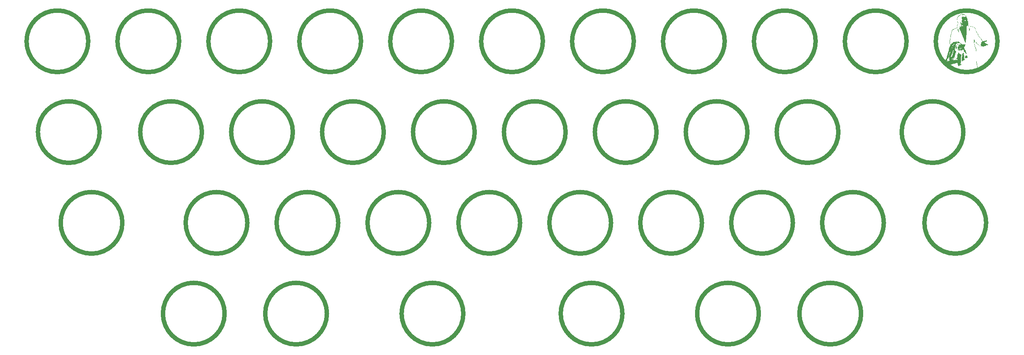
<source format=gbr>
%TF.GenerationSoftware,KiCad,Pcbnew,(7.0.0)*%
%TF.CreationDate,2023-05-14T17:36:17+02:00*%
%TF.ProjectId,travaulta prototype,74726176-6175-46c7-9461-2070726f746f,rev?*%
%TF.SameCoordinates,Original*%
%TF.FileFunction,Legend,Top*%
%TF.FilePolarity,Positive*%
%FSLAX46Y46*%
G04 Gerber Fmt 4.6, Leading zero omitted, Abs format (unit mm)*
G04 Created by KiCad (PCBNEW (7.0.0)) date 2023-05-14 17:36:17*
%MOMM*%
%LPD*%
G01*
G04 APERTURE LIST*
%ADD10C,0.900000*%
%ADD11C,2.200000*%
%ADD12R,1.700000X1.700000*%
%ADD13O,1.700000X1.700000*%
%ADD14C,0.900000*%
G04 APERTURE END LIST*
D10*
%TO.C,SW20*%
X217604500Y-76200000D02*
G75*
G03*
X217604500Y-76200000I-6467000J0D01*
G01*
%TO.C,SW27*%
X169979500Y-95250000D02*
G75*
G03*
X169979500Y-95250000I-6467000J0D01*
G01*
%TO.C,SW15*%
X122354500Y-76200000D02*
G75*
G03*
X122354500Y-76200000I-6467000J0D01*
G01*
%TO.C,SW18*%
X179504500Y-76200000D02*
G75*
G03*
X179504500Y-76200000I-6467000J0D01*
G01*
%TO.C,SW1*%
X60442000Y-57150000D02*
G75*
G03*
X60442000Y-57150000I-6467000J0D01*
G01*
%TO.C,SW9*%
X212842000Y-57150000D02*
G75*
G03*
X212842000Y-57150000I-6467000J0D01*
G01*
%TO.C,SW28*%
X189029500Y-95250000D02*
G75*
G03*
X189029500Y-95250000I-6467000J0D01*
G01*
%TO.C,SW4*%
X117592000Y-57150000D02*
G75*
G03*
X117592000Y-57150000I-6467000J0D01*
G01*
%TO.C,SW17*%
X160454500Y-76200000D02*
G75*
G03*
X160454500Y-76200000I-6467000J0D01*
G01*
%TO.C,SW12*%
X62825000Y-76200000D02*
G75*
G03*
X62825000Y-76200000I-6467000J0D01*
G01*
%TO.C,SW23*%
X93779500Y-95250000D02*
G75*
G03*
X93779500Y-95250000I-6467000J0D01*
G01*
%TO.C,SW34*%
X139022000Y-114300000D02*
G75*
G03*
X139022000Y-114300000I-6467000J0D01*
G01*
%TO.C,SW22*%
X67587000Y-95250000D02*
G75*
G03*
X67587000Y-95250000I-6467000J0D01*
G01*
%TO.C,SW16*%
X141404500Y-76200000D02*
G75*
G03*
X141404500Y-76200000I-6467000J0D01*
G01*
%TO.C,SW14*%
X103304500Y-76200000D02*
G75*
G03*
X103304500Y-76200000I-6467000J0D01*
G01*
%TO.C,SW7*%
X174742000Y-57150000D02*
G75*
G03*
X174742000Y-57150000I-6467000J0D01*
G01*
%TO.C,SW24*%
X112829500Y-95250000D02*
G75*
G03*
X112829500Y-95250000I-6467000J0D01*
G01*
%TO.C,SW11*%
X250942000Y-57150000D02*
G75*
G03*
X250942000Y-57150000I-6467000J0D01*
G01*
%TO.C,SW31*%
X248562000Y-95250000D02*
G75*
G03*
X248562000Y-95250000I-6467000J0D01*
G01*
%TO.C,SW2*%
X79492000Y-57150000D02*
G75*
G03*
X79492000Y-57150000I-6467000J0D01*
G01*
%TO.C,G\u002A\u002A\u002A*%
G36*
X242180616Y-58716357D02*
G01*
X242173263Y-58723711D01*
X242165909Y-58716357D01*
X242173263Y-58709004D01*
X242180616Y-58716357D01*
G37*
G36*
X242827750Y-62393254D02*
G01*
X242820396Y-62400608D01*
X242813042Y-62393254D01*
X242820396Y-62385900D01*
X242827750Y-62393254D01*
G37*
G36*
X242842458Y-62496207D02*
G01*
X242835104Y-62503561D01*
X242827750Y-62496207D01*
X242835104Y-62488853D01*
X242842458Y-62496207D01*
G37*
G36*
X243313100Y-61599044D02*
G01*
X243305747Y-61606398D01*
X243298393Y-61599044D01*
X243305747Y-61591690D01*
X243313100Y-61599044D01*
G37*
G36*
X243357223Y-54054053D02*
G01*
X243349869Y-54061407D01*
X243342516Y-54054053D01*
X243349869Y-54046699D01*
X243357223Y-54054053D01*
G37*
G36*
X243710205Y-53892269D02*
G01*
X243702851Y-53899623D01*
X243695498Y-53892269D01*
X243702851Y-53884916D01*
X243710205Y-53892269D01*
G37*
G36*
X244151433Y-54274667D02*
G01*
X244144079Y-54282020D01*
X244136725Y-54274667D01*
X244144079Y-54267313D01*
X244151433Y-54274667D01*
G37*
G36*
X244313216Y-58378083D02*
G01*
X244305862Y-58385437D01*
X244298509Y-58378083D01*
X244305862Y-58370729D01*
X244313216Y-58378083D01*
G37*
G36*
X244430877Y-58525159D02*
G01*
X244423523Y-58532513D01*
X244416169Y-58525159D01*
X244423523Y-58517805D01*
X244430877Y-58525159D01*
G37*
G36*
X244975058Y-54230544D02*
G01*
X244967704Y-54237898D01*
X244960350Y-54230544D01*
X244967704Y-54223190D01*
X244975058Y-54230544D01*
G37*
G36*
X242190421Y-58684491D02*
G01*
X242188402Y-58693235D01*
X242180616Y-58694296D01*
X242168510Y-58688915D01*
X242170811Y-58684491D01*
X242188266Y-58682731D01*
X242190421Y-58684491D01*
G37*
G36*
X242219837Y-60728845D02*
G01*
X242217818Y-60737589D01*
X242210031Y-60738650D01*
X242197925Y-60733269D01*
X242200226Y-60728845D01*
X242217681Y-60727085D01*
X242219837Y-60728845D01*
G37*
G36*
X243219952Y-53830988D02*
G01*
X243221713Y-53848442D01*
X243219952Y-53850598D01*
X243211209Y-53848579D01*
X243210147Y-53840793D01*
X243215529Y-53828687D01*
X243219952Y-53830988D01*
G37*
G36*
X243596221Y-51786698D02*
G01*
X243598069Y-51792066D01*
X243577837Y-51794116D01*
X243556958Y-51791805D01*
X243559452Y-51786698D01*
X243589564Y-51784755D01*
X243596221Y-51786698D01*
G37*
G36*
X243661180Y-53889818D02*
G01*
X243662940Y-53907273D01*
X243661180Y-53909428D01*
X243652436Y-53907409D01*
X243651375Y-53899623D01*
X243656756Y-53887517D01*
X243661180Y-53889818D01*
G37*
G36*
X244058285Y-60596477D02*
G01*
X244056266Y-60605221D01*
X244048480Y-60606282D01*
X244036374Y-60600901D01*
X244038675Y-60596477D01*
X244056129Y-60594717D01*
X244058285Y-60596477D01*
G37*
G36*
X242599583Y-59763980D02*
G01*
X242592236Y-59786685D01*
X242577524Y-59797365D01*
X242571192Y-59785620D01*
X242573416Y-59768115D01*
X242584439Y-59747853D01*
X242593458Y-59746525D01*
X242599583Y-59763980D01*
G37*
G36*
X242709662Y-55160960D02*
G01*
X242710089Y-55164476D01*
X242698897Y-55178756D01*
X242695382Y-55179183D01*
X242681102Y-55167991D01*
X242680674Y-55164476D01*
X242691866Y-55150195D01*
X242695382Y-55149768D01*
X242709662Y-55160960D01*
G37*
G36*
X242780869Y-62412926D02*
G01*
X242783627Y-62430023D01*
X242777468Y-62453922D01*
X242768920Y-62459438D01*
X242756970Y-62447120D01*
X242754212Y-62430023D01*
X242760371Y-62406123D01*
X242768920Y-62400608D01*
X242780869Y-62412926D01*
G37*
G36*
X242825798Y-62319135D02*
G01*
X242824992Y-62327989D01*
X242806371Y-62350278D01*
X242799254Y-62353727D01*
X242785579Y-62349712D01*
X242786385Y-62340858D01*
X242805006Y-62318569D01*
X242812123Y-62315120D01*
X242825798Y-62319135D01*
G37*
G36*
X242881525Y-62439033D02*
G01*
X242879227Y-62444730D01*
X242866010Y-62458761D01*
X242863651Y-62459438D01*
X242857334Y-62448059D01*
X242857165Y-62444730D01*
X242868472Y-62430588D01*
X242872741Y-62430023D01*
X242881525Y-62439033D01*
G37*
G36*
X243327156Y-59320402D02*
G01*
X243330749Y-59323781D01*
X243340826Y-59343795D01*
X243330749Y-59359079D01*
X243317578Y-59366319D01*
X243313208Y-59348509D01*
X243313100Y-59341430D01*
X243316066Y-59318053D01*
X243327156Y-59320402D01*
G37*
G36*
X245190674Y-54732310D02*
G01*
X245188318Y-54737956D01*
X245168834Y-54752114D01*
X245164520Y-54752663D01*
X245156546Y-54743601D01*
X245158902Y-54737956D01*
X245178386Y-54723797D01*
X245182700Y-54723248D01*
X245190674Y-54732310D01*
G37*
G36*
X244091958Y-52803510D02*
G01*
X244106933Y-52824830D01*
X244100433Y-52846589D01*
X244078763Y-52855385D01*
X244051156Y-52849433D01*
X244042156Y-52842344D01*
X244044386Y-52823925D01*
X244062832Y-52807067D01*
X244085371Y-52801222D01*
X244091958Y-52803510D01*
G37*
G36*
X242623773Y-55016216D02*
G01*
X242624588Y-55020279D01*
X242627563Y-55054895D01*
X242625336Y-55073108D01*
X242612112Y-55090447D01*
X242598461Y-55083566D01*
X242592654Y-55057846D01*
X242598205Y-55022252D01*
X242605388Y-55005017D01*
X242616102Y-54997101D01*
X242623773Y-55016216D01*
G37*
G36*
X243435021Y-51690657D02*
G01*
X243453338Y-51696419D01*
X243452705Y-51701026D01*
X243429939Y-51705460D01*
X243381853Y-51710699D01*
X243364577Y-51712336D01*
X243276331Y-51720565D01*
X243342516Y-51702329D01*
X243388149Y-51692613D01*
X243425349Y-51689561D01*
X243435021Y-51690657D01*
G37*
G36*
X242456376Y-57879067D02*
G01*
X242482988Y-57892265D01*
X242500306Y-57907147D01*
X242494918Y-57913057D01*
X242465576Y-57914326D01*
X242415271Y-57917827D01*
X242373653Y-57923986D01*
X242339175Y-57926433D01*
X242327692Y-57917150D01*
X242340424Y-57893499D01*
X242372368Y-57878266D01*
X242414145Y-57872955D01*
X242456376Y-57879067D01*
G37*
G36*
X243405023Y-52104103D02*
G01*
X243415949Y-52116532D01*
X243416053Y-52118336D01*
X243403553Y-52128583D01*
X243374863Y-52137028D01*
X243343196Y-52141083D01*
X243321766Y-52138158D01*
X243320370Y-52137081D01*
X243313298Y-52117388D01*
X243313100Y-52113392D01*
X243323067Y-52103027D01*
X243355220Y-52100339D01*
X243405023Y-52104103D01*
G37*
G36*
X242080759Y-60623842D02*
G01*
X242123343Y-60631035D01*
X242158657Y-60640522D01*
X242178537Y-60650258D01*
X242178979Y-60656058D01*
X242152987Y-60665227D01*
X242110759Y-60669351D01*
X242065137Y-60667800D01*
X242037941Y-60662968D01*
X241996252Y-60647642D01*
X241982972Y-60634075D01*
X241998041Y-60624462D01*
X242039069Y-60620990D01*
X242080759Y-60623842D01*
G37*
G36*
X244035813Y-60112480D02*
G01*
X244038001Y-60135334D01*
X244032524Y-60176085D01*
X244023950Y-60226458D01*
X244016505Y-60270555D01*
X244014473Y-60282715D01*
X244011368Y-60287412D01*
X244008595Y-60266983D01*
X244006653Y-60225717D01*
X244006360Y-60212854D01*
X244006668Y-60154673D01*
X244010829Y-60121039D01*
X244019641Y-60107244D01*
X244024410Y-60106224D01*
X244035813Y-60112480D01*
G37*
G36*
X240590779Y-61219368D02*
G01*
X240616414Y-61236412D01*
X240618361Y-61263844D01*
X240597399Y-61295725D01*
X240578727Y-61311365D01*
X240541725Y-61332412D01*
X240501846Y-61347474D01*
X240467568Y-61354367D01*
X240447368Y-61350909D01*
X240445121Y-61345779D01*
X240455013Y-61326124D01*
X240474161Y-61305232D01*
X240499694Y-61275262D01*
X240511490Y-61252835D01*
X240533899Y-61222984D01*
X240573313Y-61216099D01*
X240590779Y-61219368D01*
G37*
G36*
X243189972Y-53647823D02*
G01*
X243205318Y-53680682D01*
X243209791Y-53724538D01*
X243203214Y-53763544D01*
X243189823Y-53795722D01*
X243176880Y-53811146D01*
X243175560Y-53811378D01*
X243168647Y-53800607D01*
X243170979Y-53790267D01*
X243169774Y-53768946D01*
X243163190Y-53763859D01*
X243152882Y-53747240D01*
X243146103Y-53711938D01*
X243145084Y-53696725D01*
X243146323Y-53655928D01*
X243155374Y-53637669D01*
X243166314Y-53634887D01*
X243189972Y-53647823D01*
G37*
G36*
X242625232Y-57748540D02*
G01*
X242700287Y-57770442D01*
X242732151Y-57782992D01*
X242747829Y-57791321D01*
X242738516Y-57795101D01*
X242715512Y-57796138D01*
X242677058Y-57804694D01*
X242643195Y-57832637D01*
X242630195Y-57848610D01*
X242604267Y-57881286D01*
X242584681Y-57895105D01*
X242560109Y-57893063D01*
X242519222Y-57878152D01*
X242518891Y-57878025D01*
X242475116Y-57864273D01*
X242437188Y-57857239D01*
X242434322Y-57857083D01*
X242406578Y-57850337D01*
X242406052Y-57833300D01*
X242432642Y-57806572D01*
X242444702Y-57797597D01*
X242505106Y-57761728D01*
X242562727Y-57745506D01*
X242625232Y-57748540D01*
G37*
G36*
X243280266Y-53875704D02*
G01*
X243270511Y-53883657D01*
X243258479Y-53903398D01*
X243261999Y-53926882D01*
X243277524Y-53940378D01*
X243285114Y-53940206D01*
X243304818Y-53947898D01*
X243308814Y-53954787D01*
X243305104Y-53967028D01*
X243288591Y-53964617D01*
X243270328Y-53960009D01*
X243276454Y-53968196D01*
X243285984Y-53976251D01*
X243302069Y-54000735D01*
X243296284Y-54021575D01*
X243277530Y-54039852D01*
X243254822Y-54047094D01*
X243240208Y-54040328D01*
X243239212Y-54035668D01*
X243235914Y-54015319D01*
X243228192Y-53978829D01*
X243225961Y-53969078D01*
X243223201Y-53919538D01*
X243238688Y-53884818D01*
X243269712Y-53870522D01*
X243273705Y-53870433D01*
X243280266Y-53875704D01*
G37*
G36*
X242973817Y-54279140D02*
G01*
X242984076Y-54305761D01*
X242996204Y-54356590D01*
X243002027Y-54387535D01*
X243015140Y-54450876D01*
X243033731Y-54526880D01*
X243054040Y-54600282D01*
X243056400Y-54608148D01*
X243085289Y-54716399D01*
X243099521Y-54801825D01*
X243099101Y-54863755D01*
X243084036Y-54901519D01*
X243054329Y-54914445D01*
X243053917Y-54914447D01*
X243041895Y-54905758D01*
X243035482Y-54876698D01*
X243033656Y-54825234D01*
X243031490Y-54773011D01*
X243025886Y-54730148D01*
X243020069Y-54710634D01*
X243011078Y-54681959D01*
X243000663Y-54629550D01*
X242989668Y-54559001D01*
X242978936Y-54475906D01*
X242969311Y-54385858D01*
X242966520Y-54355558D01*
X242963812Y-54302934D01*
X242966654Y-54277829D01*
X242973817Y-54279140D01*
G37*
G36*
X244768407Y-62097331D02*
G01*
X244770641Y-62113562D01*
X244745593Y-62139672D01*
X244744543Y-62140502D01*
X244706224Y-62170644D01*
X244717216Y-62333425D01*
X244726054Y-62464641D01*
X244733048Y-62569448D01*
X244738373Y-62650783D01*
X244742202Y-62711583D01*
X244744710Y-62754785D01*
X244746070Y-62783326D01*
X244746458Y-62800142D01*
X244746048Y-62808172D01*
X244745485Y-62810003D01*
X244737104Y-62802699D01*
X244724535Y-62782083D01*
X244716005Y-62750060D01*
X244710442Y-62694767D01*
X244708390Y-62622250D01*
X244708476Y-62603341D01*
X244707587Y-62531820D01*
X244703923Y-62463219D01*
X244698165Y-62408264D01*
X244694942Y-62390258D01*
X244688457Y-62338872D01*
X244688406Y-62279008D01*
X244693758Y-62217644D01*
X244703484Y-62161761D01*
X244716555Y-62118336D01*
X244731941Y-62094349D01*
X244738977Y-62091748D01*
X244768407Y-62097331D01*
G37*
G36*
X243587292Y-51597886D02*
G01*
X243621960Y-51597886D01*
X243629313Y-51605240D01*
X243636667Y-51597886D01*
X243629313Y-51590532D01*
X243621960Y-51597886D01*
X243587292Y-51597886D01*
X243617253Y-51582038D01*
X243656102Y-51575624D01*
X243701055Y-51572620D01*
X243735943Y-51566555D01*
X243761759Y-51565166D01*
X243769036Y-51573132D01*
X243756333Y-51586271D01*
X243728590Y-51594706D01*
X243705599Y-51598877D01*
X243708888Y-51601451D01*
X243739620Y-51603682D01*
X243791097Y-51606531D01*
X243732267Y-51627725D01*
X243687960Y-51641342D01*
X243650866Y-51648875D01*
X243644021Y-51649366D01*
X243624702Y-51651925D01*
X243632586Y-51661362D01*
X243636667Y-51664070D01*
X243648516Y-51674902D01*
X243634014Y-51678413D01*
X243626862Y-51678553D01*
X243598568Y-51686196D01*
X243588338Y-51697162D01*
X243577213Y-51708106D01*
X243553369Y-51698882D01*
X243552231Y-51698216D01*
X243523454Y-51688465D01*
X243506186Y-51697481D01*
X243492049Y-51704868D01*
X243489591Y-51699699D01*
X243498209Y-51675110D01*
X243518003Y-51646026D01*
X243539881Y-51624389D01*
X243550306Y-51619948D01*
X243571947Y-51610522D01*
X243587292Y-51597886D01*
G37*
G36*
X244995525Y-54266015D02*
G01*
X244997119Y-54267313D01*
X245015596Y-54288325D01*
X245019180Y-54298093D01*
X245024896Y-54317245D01*
X245039716Y-54354170D01*
X245055949Y-54390949D01*
X245075485Y-54434868D01*
X245088820Y-54467159D01*
X245092718Y-54479195D01*
X245098306Y-54495822D01*
X245112762Y-54530708D01*
X245127761Y-54564706D01*
X245156601Y-54631109D01*
X245172023Y-54675156D01*
X245174118Y-54700622D01*
X245162978Y-54711280D01*
X245138695Y-54710902D01*
X245131285Y-54709656D01*
X245124097Y-54719351D01*
X245126129Y-54736939D01*
X245122127Y-54766709D01*
X245096025Y-54808262D01*
X245075282Y-54833165D01*
X245041717Y-54868597D01*
X245014297Y-54892744D01*
X245001295Y-54899739D01*
X244994067Y-54885234D01*
X244990893Y-54841975D01*
X244991795Y-54770343D01*
X244992875Y-54743129D01*
X244997143Y-54668842D01*
X245002731Y-54618808D01*
X245010566Y-54587867D01*
X245021579Y-54570858D01*
X245024316Y-54568622D01*
X245035345Y-54557917D01*
X245039635Y-54542475D01*
X245036657Y-54516103D01*
X245025881Y-54472607D01*
X245011925Y-54423504D01*
X244990742Y-54347642D01*
X244978780Y-54296793D01*
X244975768Y-54268126D01*
X244981439Y-54258810D01*
X244995525Y-54266015D01*
G37*
G36*
X242705769Y-54325096D02*
G01*
X242714180Y-54361887D01*
X242720624Y-54415526D01*
X242724202Y-54479730D01*
X242724635Y-54509253D01*
X242723465Y-54557532D01*
X242719063Y-54580448D01*
X242710436Y-54581964D01*
X242707148Y-54579114D01*
X242683461Y-54562605D01*
X242672602Y-54570780D01*
X242673497Y-54587203D01*
X242678353Y-54614890D01*
X242679549Y-54623377D01*
X242689874Y-54639901D01*
X242713383Y-54665767D01*
X242715144Y-54667499D01*
X242744615Y-54703996D01*
X242767518Y-54752165D01*
X242786475Y-54818624D01*
X242798458Y-54877678D01*
X242809443Y-54938032D01*
X242822767Y-55011444D01*
X242835547Y-55082026D01*
X242835552Y-55082053D01*
X242846579Y-55140556D01*
X242856760Y-55190273D01*
X242864199Y-55222032D01*
X242865200Y-55225452D01*
X242865361Y-55248264D01*
X242850355Y-55250518D01*
X242831019Y-55234337D01*
X242819134Y-55215018D01*
X242796946Y-55174757D01*
X242767328Y-55118909D01*
X242733152Y-55052832D01*
X242722588Y-55032107D01*
X242629198Y-54848263D01*
X242630280Y-54685841D01*
X242633091Y-54613679D01*
X242639938Y-54538297D01*
X242649815Y-54465398D01*
X242661719Y-54400683D01*
X242674643Y-54349851D01*
X242687582Y-54318605D01*
X242696293Y-54311436D01*
X242705769Y-54325096D01*
G37*
G36*
X243831416Y-59538708D02*
G01*
X243860586Y-59561059D01*
X243863801Y-59565316D01*
X243878491Y-59602038D01*
X243886369Y-59654236D01*
X243886966Y-59671946D01*
X243889229Y-59718798D01*
X243895091Y-59784260D01*
X243903534Y-59857891D01*
X243909227Y-59900318D01*
X243920096Y-59986695D01*
X243930044Y-60083340D01*
X243937421Y-60173648D01*
X243939152Y-60201824D01*
X243943997Y-60272389D01*
X243950366Y-60338867D01*
X243957216Y-60391154D01*
X243960526Y-60408953D01*
X243969185Y-60464856D01*
X243973111Y-60524740D01*
X243973118Y-60533968D01*
X243974075Y-60571873D01*
X243978300Y-60619048D01*
X243986455Y-60680583D01*
X243999200Y-60761564D01*
X244014044Y-60848957D01*
X244019516Y-60888337D01*
X244025456Y-60942723D01*
X244028968Y-60981326D01*
X244036241Y-61069571D01*
X243972500Y-61094701D01*
X243929895Y-61110374D01*
X243869357Y-61131235D01*
X243801062Y-61153813D01*
X243768681Y-61164188D01*
X243705635Y-61185315D01*
X243650845Y-61205788D01*
X243612046Y-61222614D01*
X243599944Y-61229503D01*
X243581116Y-61247505D01*
X243581710Y-61267786D01*
X243591845Y-61288878D01*
X243604259Y-61318045D01*
X243598471Y-61336300D01*
X243584091Y-61348719D01*
X243552647Y-61367857D01*
X243533770Y-61364493D01*
X243523133Y-61345338D01*
X243504542Y-61315037D01*
X243494158Y-61304893D01*
X243474269Y-61278360D01*
X243452857Y-61232712D01*
X243433384Y-61177821D01*
X243419315Y-61123559D01*
X243414112Y-61079800D01*
X243414188Y-61076925D01*
X243420362Y-61029886D01*
X243433099Y-60975172D01*
X243437913Y-60959264D01*
X243447203Y-60919352D01*
X243457051Y-60858071D01*
X243466348Y-60783425D01*
X243473980Y-60703412D01*
X243474678Y-60694528D01*
X243482747Y-60592442D01*
X243489909Y-60511676D01*
X243497166Y-60444197D01*
X243505521Y-60381971D01*
X243515979Y-60316965D01*
X243529542Y-60241146D01*
X243534922Y-60212108D01*
X243547623Y-60129991D01*
X243557356Y-60040603D01*
X243562615Y-59958910D01*
X243563129Y-59931656D01*
X243570308Y-59811813D01*
X243591500Y-59714335D01*
X243626187Y-59640389D01*
X243673852Y-59591136D01*
X243724131Y-59569569D01*
X243758185Y-59558618D01*
X243777089Y-59546205D01*
X243799842Y-59532932D01*
X243831416Y-59538708D01*
G37*
G36*
X244447600Y-60128286D02*
G01*
X244475000Y-60128286D01*
X244482353Y-60135639D01*
X244489707Y-60128286D01*
X244482353Y-60120932D01*
X244475000Y-60128286D01*
X244447600Y-60128286D01*
X244451730Y-60113221D01*
X244473791Y-60107250D01*
X244512244Y-60114657D01*
X244531490Y-60124521D01*
X244549418Y-60146122D01*
X244568712Y-60184243D01*
X244592059Y-60243666D01*
X244605052Y-60279905D01*
X244622912Y-60325748D01*
X244639919Y-60361600D01*
X244647429Y-60373420D01*
X244662900Y-60401759D01*
X244674777Y-60436790D01*
X244690228Y-60480312D01*
X244712675Y-60526055D01*
X244713899Y-60528152D01*
X244734746Y-60569220D01*
X244737810Y-60596935D01*
X244720157Y-60614301D01*
X244678857Y-60624325D01*
X244614722Y-60629802D01*
X244545207Y-60635063D01*
X244474799Y-60642513D01*
X244418425Y-60650568D01*
X244417145Y-60650796D01*
X244366658Y-60657807D01*
X244311003Y-60662402D01*
X244256407Y-60664549D01*
X244209095Y-60664217D01*
X244175293Y-60661376D01*
X244161226Y-60655994D01*
X244163982Y-60652050D01*
X244176219Y-60638004D01*
X244170336Y-60615454D01*
X244164573Y-60604476D01*
X244151260Y-60572332D01*
X244148737Y-60552238D01*
X244141583Y-60529335D01*
X244137115Y-60525632D01*
X244124426Y-60504662D01*
X244122018Y-60487754D01*
X244116171Y-60464322D01*
X244108437Y-60459206D01*
X244104987Y-60447959D01*
X244114312Y-60420384D01*
X244116708Y-60415405D01*
X244130230Y-60391264D01*
X244145594Y-60379100D01*
X244171458Y-60376176D01*
X244216479Y-60379754D01*
X244226244Y-60380768D01*
X244274799Y-60384858D01*
X244299915Y-60383509D01*
X244307220Y-60375783D01*
X244305356Y-60367591D01*
X244287508Y-60347109D01*
X244253669Y-60323712D01*
X244242492Y-60317659D01*
X244206780Y-60298465D01*
X244183809Y-60284181D01*
X244180848Y-60281643D01*
X244162368Y-60270127D01*
X244144311Y-60262398D01*
X244128012Y-60253968D01*
X244132959Y-60244505D01*
X244162021Y-60228868D01*
X244163428Y-60228187D01*
X244195179Y-60207040D01*
X244204796Y-60187188D01*
X244204284Y-60185395D01*
X244203806Y-60163211D01*
X244223921Y-60158584D01*
X244261417Y-60171791D01*
X244275498Y-60179229D01*
X244309199Y-60196294D01*
X244324637Y-60197693D01*
X244327924Y-60186865D01*
X244337956Y-60171633D01*
X244370920Y-60165406D01*
X244386754Y-60165055D01*
X244425243Y-60162588D01*
X244442254Y-60152618D01*
X244445584Y-60135639D01*
X244447600Y-60128286D01*
G37*
G36*
X242149021Y-58534182D02*
G01*
X242268862Y-58534182D01*
X242280938Y-58544370D01*
X242309068Y-58546341D01*
X242341110Y-58540246D01*
X242356681Y-58533087D01*
X242371731Y-58518527D01*
X242371389Y-58512994D01*
X242352380Y-58509621D01*
X242320663Y-58513300D01*
X242288993Y-58521395D01*
X242270121Y-58531271D01*
X242268862Y-58534182D01*
X242149021Y-58534182D01*
X242155313Y-58378906D01*
X242159998Y-58283559D01*
X242166285Y-58212630D01*
X242175799Y-58161121D01*
X242190167Y-58124035D01*
X242211013Y-58096372D01*
X242239962Y-58073137D01*
X242258630Y-58061223D01*
X242297761Y-58044908D01*
X242345338Y-58035038D01*
X242391388Y-58032453D01*
X242425934Y-58037994D01*
X242437377Y-58046156D01*
X242433599Y-58063920D01*
X242417539Y-58079684D01*
X242377135Y-58115607D01*
X242335585Y-58165155D01*
X242296424Y-58222210D01*
X242263193Y-58280657D01*
X242239427Y-58334377D01*
X242228665Y-58377253D01*
X242232149Y-58400236D01*
X242248237Y-58408900D01*
X242266385Y-58393797D01*
X242282618Y-58359948D01*
X242291066Y-58325760D01*
X242301236Y-58289285D01*
X242314635Y-58269158D01*
X242318746Y-58267776D01*
X242343687Y-58279323D01*
X242375478Y-58308422D01*
X242406958Y-58346758D01*
X242430971Y-58386016D01*
X242439046Y-58407498D01*
X242454174Y-58455292D01*
X242470035Y-58492413D01*
X242479912Y-58516169D01*
X242480031Y-58537516D01*
X242468097Y-58564875D01*
X242441816Y-58606667D01*
X242436870Y-58614135D01*
X242391799Y-58675163D01*
X242355764Y-58708642D01*
X242328373Y-58714888D01*
X242318661Y-58708797D01*
X242296891Y-58701878D01*
X242267350Y-58705414D01*
X242244272Y-58716416D01*
X242239447Y-58725427D01*
X242252172Y-58735496D01*
X242279893Y-58740422D01*
X242305140Y-58742427D01*
X242302381Y-58745575D01*
X242287246Y-58748798D01*
X242260416Y-58764096D01*
X242254154Y-58790918D01*
X242245279Y-58820113D01*
X242221374Y-58825058D01*
X242201225Y-58815408D01*
X242186813Y-58790695D01*
X242189005Y-58757293D01*
X242206754Y-58730040D01*
X242207291Y-58729637D01*
X242220858Y-58712331D01*
X242218857Y-58686942D01*
X242254154Y-58686942D01*
X242261508Y-58694296D01*
X242268862Y-58686942D01*
X242261508Y-58679589D01*
X242254154Y-58686942D01*
X242218857Y-58686942D01*
X242218716Y-58685153D01*
X242213019Y-58667130D01*
X242208302Y-58650173D01*
X242239447Y-58650173D01*
X242244465Y-58664499D01*
X242245932Y-58664881D01*
X242258489Y-58654575D01*
X242261508Y-58650173D01*
X242260342Y-58636621D01*
X242255022Y-58635466D01*
X242240045Y-58646142D01*
X242239447Y-58650173D01*
X242208302Y-58650173D01*
X242204123Y-58635148D01*
X242208679Y-58622330D01*
X242218150Y-58620758D01*
X242237181Y-58609976D01*
X242239447Y-58601244D01*
X242228490Y-58588100D01*
X242193793Y-58588432D01*
X242192995Y-58588548D01*
X242146542Y-58595365D01*
X242148195Y-58554574D01*
X242239447Y-58554574D01*
X242246800Y-58561928D01*
X242254154Y-58554574D01*
X242246800Y-58547220D01*
X242239447Y-58554574D01*
X242148195Y-58554574D01*
X242149021Y-58534182D01*
G37*
G36*
X243500220Y-52488563D02*
G01*
X244563245Y-52488563D01*
X244574463Y-52502007D01*
X244577953Y-52502403D01*
X244590860Y-52490431D01*
X244592660Y-52479473D01*
X244585530Y-52464250D01*
X244577953Y-52465634D01*
X244563806Y-52484437D01*
X244563245Y-52488563D01*
X243500220Y-52488563D01*
X243489444Y-52441735D01*
X243475786Y-52415060D01*
X243455215Y-52378778D01*
X243441544Y-52324211D01*
X243435994Y-52261936D01*
X243439788Y-52202529D01*
X243447606Y-52171109D01*
X243458585Y-52128418D01*
X243453424Y-52098606D01*
X243449734Y-52091954D01*
X243442272Y-52070921D01*
X243453650Y-52051499D01*
X243475980Y-52033275D01*
X243504593Y-52006612D01*
X243518696Y-51982667D01*
X243519007Y-51979843D01*
X243529127Y-51960590D01*
X243537530Y-51958222D01*
X243558919Y-51946952D01*
X243575102Y-51927721D01*
X243595801Y-51907210D01*
X243628878Y-51885235D01*
X243664637Y-51866958D01*
X243693376Y-51857545D01*
X243704144Y-51859012D01*
X243698838Y-51872039D01*
X243678501Y-51897028D01*
X243650305Y-51926655D01*
X243621428Y-51953592D01*
X243599043Y-51970514D01*
X243592577Y-51972930D01*
X243579105Y-51984660D01*
X243577837Y-51992630D01*
X243565780Y-52012333D01*
X243538831Y-52030103D01*
X243513259Y-52047502D01*
X243513864Y-52061915D01*
X243534909Y-52063163D01*
X243577546Y-52048879D01*
X243630085Y-52024488D01*
X243690969Y-51995053D01*
X243733194Y-51979071D01*
X243763666Y-51975447D01*
X243789292Y-51983085D01*
X243810072Y-51995956D01*
X243834684Y-52006966D01*
X243875052Y-52014835D01*
X243935691Y-52020150D01*
X244021116Y-52023494D01*
X244022928Y-52023541D01*
X244098313Y-52025261D01*
X244150167Y-52025264D01*
X244184366Y-52022584D01*
X244206785Y-52016254D01*
X244223299Y-52005308D01*
X244239783Y-51988781D01*
X244240778Y-51987721D01*
X244288903Y-51920700D01*
X244307650Y-51853174D01*
X244297041Y-51784484D01*
X244257102Y-51713975D01*
X244250979Y-51706155D01*
X244218288Y-51673935D01*
X244176097Y-51643614D01*
X244130569Y-51618054D01*
X244087865Y-51600117D01*
X244054148Y-51592666D01*
X244035578Y-51598565D01*
X244033772Y-51605240D01*
X244045622Y-51618431D01*
X244054965Y-51619948D01*
X244077335Y-51628140D01*
X244091235Y-51645172D01*
X244089327Y-51657541D01*
X244071631Y-51657605D01*
X244043670Y-51645152D01*
X244017344Y-51627002D01*
X244004554Y-51609974D01*
X244004472Y-51608917D01*
X243992630Y-51590354D01*
X243985972Y-51588292D01*
X243957032Y-51583538D01*
X243952880Y-51582635D01*
X243928896Y-51579780D01*
X243891143Y-51577580D01*
X243889505Y-51577521D01*
X243857641Y-51572508D01*
X243849599Y-51561823D01*
X243850206Y-51560666D01*
X243869686Y-51552586D01*
X243905836Y-51552368D01*
X243913581Y-51553328D01*
X243967588Y-51561149D01*
X243923465Y-51539898D01*
X243832689Y-51509035D01*
X243723444Y-51492728D01*
X243602836Y-51491003D01*
X243477972Y-51503886D01*
X243355957Y-51531400D01*
X243335162Y-51537807D01*
X243223843Y-51579071D01*
X243123095Y-51629247D01*
X243026031Y-51692692D01*
X242925763Y-51773762D01*
X242845646Y-51847479D01*
X242768486Y-51923987D01*
X242709860Y-51989245D01*
X242664963Y-52049909D01*
X242628989Y-52112634D01*
X242597134Y-52184074D01*
X242590483Y-52200897D01*
X242560096Y-52297184D01*
X242538168Y-52403639D01*
X242525800Y-52510946D01*
X242524095Y-52609786D01*
X242533108Y-52686247D01*
X242543729Y-52741013D01*
X242555022Y-52808628D01*
X242562918Y-52862738D01*
X242575940Y-52932649D01*
X242596849Y-53014119D01*
X242623114Y-53099703D01*
X242652206Y-53181960D01*
X242681595Y-53253445D01*
X242708751Y-53306716D01*
X242719024Y-53322053D01*
X242757021Y-53371870D01*
X242719928Y-53426164D01*
X242690677Y-53474941D01*
X242657896Y-53538618D01*
X242626343Y-53606937D01*
X242600779Y-53669639D01*
X242586700Y-53713301D01*
X242572781Y-53748267D01*
X242547518Y-53794765D01*
X242525663Y-53828935D01*
X242498139Y-53872335D01*
X242478981Y-53908960D01*
X242473074Y-53927012D01*
X242476404Y-53986188D01*
X242497786Y-54028128D01*
X242505610Y-54036241D01*
X242529375Y-54064108D01*
X242531647Y-54078622D01*
X242514562Y-54075495D01*
X242493153Y-54061239D01*
X242441487Y-54006645D01*
X242417620Y-53947450D01*
X242421960Y-53886603D01*
X242454911Y-53827051D01*
X242460060Y-53820979D01*
X242486550Y-53788793D01*
X242502291Y-53765772D01*
X242504183Y-53760726D01*
X242510035Y-53742501D01*
X242525687Y-53704307D01*
X242548287Y-53652731D01*
X242574982Y-53594357D01*
X242590563Y-53561349D01*
X242609343Y-53525663D01*
X242635163Y-53480673D01*
X242644162Y-53465749D01*
X242671836Y-53406657D01*
X242679264Y-53355786D01*
X242665911Y-53318455D01*
X242659558Y-53312104D01*
X242640937Y-53285309D01*
X242629113Y-53252104D01*
X242616551Y-53211324D01*
X242596921Y-53162747D01*
X242591217Y-53150501D01*
X242577462Y-53119423D01*
X242565635Y-53085243D01*
X242554324Y-53042228D01*
X242542113Y-52984643D01*
X242527592Y-52906752D01*
X242518494Y-52855385D01*
X242507405Y-52794405D01*
X242496028Y-52735446D01*
X242488896Y-52700955D01*
X242473821Y-52575683D01*
X242478594Y-52438557D01*
X242501895Y-52298151D01*
X242542407Y-52163039D01*
X242586937Y-52063359D01*
X242637816Y-51970242D01*
X242680449Y-51900185D01*
X242718005Y-51849135D01*
X242753654Y-51813044D01*
X242790567Y-51787860D01*
X242810084Y-51778271D01*
X242889707Y-51737762D01*
X242975267Y-51685707D01*
X243054063Y-51630205D01*
X243095555Y-51596191D01*
X243156527Y-51555421D01*
X243231288Y-51525589D01*
X243235278Y-51524482D01*
X243300440Y-51506560D01*
X243372496Y-51486385D01*
X243408700Y-51476094D01*
X243465743Y-51463499D01*
X243535815Y-51455478D01*
X243625042Y-51451493D01*
X243695821Y-51450810D01*
X243795726Y-51452425D01*
X243873184Y-51458146D01*
X243935031Y-51469284D01*
X243988102Y-51487152D01*
X244039234Y-51513062D01*
X244048480Y-51518513D01*
X244073790Y-51531969D01*
X244114940Y-51552226D01*
X244144867Y-51566405D01*
X244233472Y-51618137D01*
X244303869Y-51680531D01*
X244353248Y-51749764D01*
X244378797Y-51822013D01*
X244379320Y-51885157D01*
X244376155Y-51917312D01*
X244380089Y-51948446D01*
X244393395Y-51986339D01*
X244418349Y-52038770D01*
X244431997Y-52065354D01*
X244467556Y-52130369D01*
X244506181Y-52195482D01*
X244540845Y-52248970D01*
X244548489Y-52259727D01*
X244592808Y-52328020D01*
X244623931Y-52391925D01*
X244639745Y-52445937D01*
X244638136Y-52484547D01*
X244636320Y-52488561D01*
X244622862Y-52534868D01*
X244631263Y-52575206D01*
X244643750Y-52590327D01*
X244657135Y-52606385D01*
X244654647Y-52627114D01*
X244643750Y-52650228D01*
X244624202Y-52711669D01*
X244631683Y-52766024D01*
X244644605Y-52788335D01*
X244661650Y-52819004D01*
X244666198Y-52837855D01*
X244676115Y-52859250D01*
X244701562Y-52891554D01*
X244723343Y-52914284D01*
X244760409Y-52957401D01*
X244789762Y-53004030D01*
X244798523Y-53024389D01*
X244808529Y-53063273D01*
X244804117Y-53091349D01*
X244783057Y-53124352D01*
X244749555Y-53169665D01*
X244783273Y-53228250D01*
X244795667Y-53251018D01*
X244804334Y-53272781D01*
X244809676Y-53298755D01*
X244812096Y-53334152D01*
X244811996Y-53384186D01*
X244809779Y-53454070D01*
X244806626Y-53530722D01*
X244800267Y-53647534D01*
X244792357Y-53735236D01*
X244782909Y-53793729D01*
X244775289Y-53817442D01*
X244761974Y-53847568D01*
X244757851Y-53863120D01*
X244758057Y-53863434D01*
X244798927Y-53887325D01*
X244859172Y-53909842D01*
X244928807Y-53927809D01*
X244990552Y-53937396D01*
X245062730Y-53947159D01*
X245139973Y-53961745D01*
X245195625Y-53975340D01*
X245254082Y-53989717D01*
X245309548Y-53999587D01*
X245344040Y-54002576D01*
X245390677Y-54007104D01*
X245446653Y-54018525D01*
X245469101Y-54024765D01*
X245509568Y-54035716D01*
X245571532Y-54050676D01*
X245647635Y-54067947D01*
X245730519Y-54085830D01*
X245761368Y-54092248D01*
X245861694Y-54113730D01*
X245939351Y-54133172D01*
X246000696Y-54153323D01*
X246052084Y-54176930D01*
X246099870Y-54206742D01*
X246150409Y-54245506D01*
X246187298Y-54276424D01*
X246246434Y-54329463D01*
X246286140Y-54373631D01*
X246311135Y-54416860D01*
X246326135Y-54467079D01*
X246334974Y-54524696D01*
X246349470Y-54597057D01*
X246376549Y-54687938D01*
X246413472Y-54790745D01*
X246457499Y-54898887D01*
X246505891Y-55005773D01*
X246555909Y-55104812D01*
X246604815Y-55189412D01*
X246622228Y-55215952D01*
X246655494Y-55266390D01*
X246690803Y-55322636D01*
X246701868Y-55340967D01*
X246735387Y-55394497D01*
X246772329Y-55449476D01*
X246784084Y-55465981D01*
X246827549Y-55538746D01*
X246868358Y-55630835D01*
X246902752Y-55732177D01*
X246926974Y-55832702D01*
X246931779Y-55861772D01*
X246949081Y-55954506D01*
X246971157Y-56021453D01*
X246999584Y-56066067D01*
X247035940Y-56091801D01*
X247037056Y-56092270D01*
X247112956Y-56137251D01*
X247168815Y-56202544D01*
X247183224Y-56228489D01*
X247230978Y-56304865D01*
X247284316Y-56356013D01*
X247338284Y-56379321D01*
X247379891Y-56395293D01*
X247419327Y-56428984D01*
X247459177Y-56483564D01*
X247502027Y-56562206D01*
X247522593Y-56605455D01*
X247580874Y-56712907D01*
X247650592Y-56803339D01*
X247664949Y-56818715D01*
X247717917Y-56879169D01*
X247752882Y-56933459D01*
X247776272Y-56991424D01*
X247804023Y-57058433D01*
X247838917Y-57099125D01*
X247884746Y-57116405D01*
X247936983Y-57114576D01*
X247977735Y-57108508D01*
X248037962Y-57099812D01*
X248107998Y-57089874D01*
X248150056Y-57083984D01*
X248217368Y-57073019D01*
X248276561Y-57060491D01*
X248319708Y-57048230D01*
X248335594Y-57041141D01*
X248359538Y-57030920D01*
X248404463Y-57015973D01*
X248462741Y-56998423D01*
X248526748Y-56980394D01*
X248588856Y-56964011D01*
X248641440Y-56951397D01*
X248676874Y-56944677D01*
X248683995Y-56944109D01*
X248707821Y-56956784D01*
X248728766Y-56987479D01*
X248739799Y-57025093D01*
X248740199Y-57032878D01*
X248731578Y-57065486D01*
X248710005Y-57105366D01*
X248681914Y-57143552D01*
X248653739Y-57171081D01*
X248635012Y-57179415D01*
X248614476Y-57185555D01*
X248578492Y-57201093D01*
X248559321Y-57210376D01*
X248498693Y-57231841D01*
X248421116Y-57246170D01*
X248390971Y-57249074D01*
X248330639Y-57255181D01*
X248290801Y-57264667D01*
X248262543Y-57280304D01*
X248247572Y-57293657D01*
X248222995Y-57321037D01*
X248210968Y-57339939D01*
X248210726Y-57341430D01*
X248220064Y-57357360D01*
X248244082Y-57386702D01*
X248265880Y-57410624D01*
X248302504Y-57452881D01*
X248333625Y-57494829D01*
X248344394Y-57512400D01*
X248371199Y-57545084D01*
X248416756Y-57573024D01*
X248454701Y-57588993D01*
X248511521Y-57613051D01*
X248565785Y-57639977D01*
X248594276Y-57656666D01*
X248630268Y-57677926D01*
X248684303Y-57706998D01*
X248747740Y-57739313D01*
X248787021Y-57758506D01*
X248856325Y-57792443D01*
X248903658Y-57818347D01*
X248933860Y-57840284D01*
X248951771Y-57862318D01*
X248962232Y-57888516D01*
X248967396Y-57910019D01*
X248971444Y-57938108D01*
X248964492Y-57956345D01*
X248940680Y-57972294D01*
X248907149Y-57987784D01*
X248851683Y-58005725D01*
X248795345Y-58008405D01*
X248732071Y-57994827D01*
X248655794Y-57963993D01*
X248603086Y-57937746D01*
X248551241Y-57912916D01*
X248506166Y-57895199D01*
X248471948Y-57885422D01*
X248452672Y-57884411D01*
X248452424Y-57892991D01*
X248475144Y-57911889D01*
X248529818Y-57954993D01*
X248557748Y-57993451D01*
X248560180Y-58031660D01*
X248538360Y-58074021D01*
X248525632Y-58090157D01*
X248479831Y-58126421D01*
X248429381Y-58136826D01*
X248380801Y-58121049D01*
X248355053Y-58098639D01*
X248324442Y-58072144D01*
X248296636Y-58061478D01*
X248278401Y-58067187D01*
X248276501Y-58089818D01*
X248277245Y-58092339D01*
X248275458Y-58127670D01*
X248251802Y-58157930D01*
X248213782Y-58179624D01*
X248168903Y-58189258D01*
X248124669Y-58183337D01*
X248104312Y-58172879D01*
X248074033Y-58155573D01*
X248050375Y-58155048D01*
X248028461Y-58174393D01*
X248003417Y-58216699D01*
X247988852Y-58246068D01*
X247959843Y-58295709D01*
X247920961Y-58348366D01*
X247877577Y-58398237D01*
X247835063Y-58439522D01*
X247798791Y-58466420D01*
X247778072Y-58473682D01*
X247743447Y-58464433D01*
X247697587Y-58440787D01*
X247650303Y-58408895D01*
X247611406Y-58374910D01*
X247600630Y-58362421D01*
X247563271Y-58324632D01*
X247514143Y-58288479D01*
X247492820Y-58276299D01*
X247447901Y-58251123D01*
X247389785Y-58215467D01*
X247329195Y-58175967D01*
X247313564Y-58165340D01*
X247251526Y-58123023D01*
X247186852Y-58079400D01*
X247131666Y-58042640D01*
X247122365Y-58036523D01*
X247072286Y-57999508D01*
X247013996Y-57950234D01*
X246958862Y-57898395D01*
X246950902Y-57890314D01*
X246908811Y-57848605D01*
X246873501Y-57816542D01*
X246850474Y-57798999D01*
X246845762Y-57797133D01*
X246827971Y-57787226D01*
X246797275Y-57761820D01*
X246760323Y-57727393D01*
X246723766Y-57690420D01*
X246694254Y-57657378D01*
X246678436Y-57634742D01*
X246678047Y-57633802D01*
X246660359Y-57617885D01*
X246623408Y-57599397D01*
X246590146Y-57587260D01*
X246509112Y-57550752D01*
X246453503Y-57499982D01*
X246422623Y-57434211D01*
X246417044Y-57403579D01*
X246409021Y-57358697D01*
X246395994Y-57335989D01*
X246379632Y-57328962D01*
X246335244Y-57315358D01*
X246278793Y-57290294D01*
X246218747Y-57258481D01*
X246163574Y-57224628D01*
X246121739Y-57193445D01*
X246105413Y-57176425D01*
X246073826Y-57132065D01*
X246105540Y-57041756D01*
X246126788Y-56974897D01*
X246135369Y-56927497D01*
X246131654Y-56892649D01*
X246116014Y-56863446D01*
X246115175Y-56862336D01*
X246097137Y-56843507D01*
X246084162Y-56848333D01*
X246078631Y-56855848D01*
X246071199Y-56882374D01*
X246066212Y-56931563D01*
X246063576Y-56996771D01*
X246063198Y-57071356D01*
X246064983Y-57148673D01*
X246068838Y-57222081D01*
X246074670Y-57284937D01*
X246082384Y-57330597D01*
X246085480Y-57341198D01*
X246097931Y-57395839D01*
X246105576Y-57472093D01*
X246107685Y-57545277D01*
X246108987Y-57617962D01*
X246113793Y-57670965D01*
X246123720Y-57713957D01*
X246140381Y-57756610D01*
X246144454Y-57765502D01*
X246164993Y-57818498D01*
X246178283Y-57869825D01*
X246181080Y-57895420D01*
X246188197Y-57967004D01*
X246208465Y-58058978D01*
X246240260Y-58166296D01*
X246281956Y-58283912D01*
X246331928Y-58406781D01*
X246379156Y-58510451D01*
X246407350Y-58570406D01*
X246431213Y-58623263D01*
X246447413Y-58661533D01*
X246451984Y-58674095D01*
X246466426Y-58734119D01*
X246480539Y-58812783D01*
X246492845Y-58899338D01*
X246501869Y-58983032D01*
X246506133Y-59053113D01*
X246506269Y-59069340D01*
X246508417Y-59136005D01*
X246514953Y-59215321D01*
X246524511Y-59291090D01*
X246525493Y-59297307D01*
X246529687Y-59329529D01*
X246533267Y-59371616D01*
X246536265Y-59425620D01*
X246538715Y-59493596D01*
X246540650Y-59577597D01*
X246542102Y-59679675D01*
X246543104Y-59801885D01*
X246543689Y-59946279D01*
X246543891Y-60114911D01*
X246543742Y-60309834D01*
X246543536Y-60422437D01*
X246543134Y-60618190D01*
X246542858Y-60786739D01*
X246542771Y-60930296D01*
X246542933Y-61051072D01*
X246543408Y-61151281D01*
X246544255Y-61233132D01*
X246545537Y-61298838D01*
X246547315Y-61350610D01*
X246549651Y-61390660D01*
X246552606Y-61421200D01*
X246556242Y-61444441D01*
X246560621Y-61462595D01*
X246565803Y-61477873D01*
X246571851Y-61492487D01*
X246573416Y-61496091D01*
X246590869Y-61546890D01*
X246607700Y-61613831D01*
X246620677Y-61683758D01*
X246622220Y-61694644D01*
X246630930Y-61759474D01*
X246638991Y-61819524D01*
X246644944Y-61863927D01*
X246645909Y-61871135D01*
X246652186Y-61911462D01*
X246662142Y-61968565D01*
X246673671Y-62030378D01*
X246674162Y-62032918D01*
X246687841Y-62103913D01*
X246703672Y-62186634D01*
X246718367Y-62263896D01*
X246719189Y-62268239D01*
X246733290Y-62341406D01*
X246748476Y-62418109D01*
X246761700Y-62482981D01*
X246762929Y-62488853D01*
X246772707Y-62551230D01*
X246780014Y-62627811D01*
X246783456Y-62703403D01*
X246783550Y-62713144D01*
X246784091Y-62841835D01*
X246745941Y-62841835D01*
X246723467Y-62840192D01*
X246713593Y-62830226D01*
X246713338Y-62804384D01*
X246717653Y-62770139D01*
X246719022Y-62721638D01*
X246713952Y-62649937D01*
X246703176Y-62560364D01*
X246687423Y-62458250D01*
X246667423Y-62348922D01*
X246645819Y-62246178D01*
X246600766Y-62042406D01*
X246562910Y-61863876D01*
X246531880Y-61707404D01*
X246507305Y-61569805D01*
X246488814Y-61447897D01*
X246476036Y-61338495D01*
X246468600Y-61238416D01*
X246466137Y-61144476D01*
X246468274Y-61053492D01*
X246474641Y-60962279D01*
X246484868Y-60867654D01*
X246485072Y-60866008D01*
X246486602Y-60839169D01*
X246488033Y-60786095D01*
X246489331Y-60709965D01*
X246490467Y-60613959D01*
X246491406Y-60501258D01*
X246492119Y-60375040D01*
X246492572Y-60238485D01*
X246492735Y-60098871D01*
X246492583Y-59925248D01*
X246492030Y-59777977D01*
X246490992Y-59653998D01*
X246489385Y-59550247D01*
X246487123Y-59463665D01*
X246484122Y-59391190D01*
X246480298Y-59329760D01*
X246475567Y-59276314D01*
X246469843Y-59227791D01*
X246468407Y-59217221D01*
X246458442Y-59148294D01*
X246449315Y-59090262D01*
X246442034Y-59049200D01*
X246437604Y-59031182D01*
X246437586Y-59031153D01*
X246433300Y-59012742D01*
X246427283Y-58972323D01*
X246420565Y-58917176D01*
X246417658Y-58890172D01*
X246410336Y-58832644D01*
X246399813Y-58780148D01*
X246383861Y-58725353D01*
X246360250Y-58660928D01*
X246326750Y-58579542D01*
X246314444Y-58550734D01*
X246280436Y-58468451D01*
X246250276Y-58387793D01*
X246221952Y-58302403D01*
X246193457Y-58205929D01*
X246162781Y-58092013D01*
X246135542Y-57984945D01*
X246110390Y-57882356D01*
X246087466Y-57785178D01*
X246067864Y-57698339D01*
X246052676Y-57626768D01*
X246042994Y-57575390D01*
X246040109Y-57554458D01*
X246038186Y-57519295D01*
X246036108Y-57459754D01*
X246034001Y-57380869D01*
X246031988Y-57287677D01*
X246030194Y-57185214D01*
X246029138Y-57110905D01*
X246024399Y-56740890D01*
X246124800Y-56830782D01*
X246168914Y-56871463D01*
X246203155Y-56905296D01*
X246222585Y-56927289D01*
X246225202Y-56932256D01*
X246216919Y-56949389D01*
X246195509Y-56981644D01*
X246173726Y-57011277D01*
X246135993Y-57072348D01*
X246124109Y-57124519D01*
X246138844Y-57169308D01*
X246180971Y-57208232D01*
X246251261Y-57242807D01*
X246300250Y-57259904D01*
X246359504Y-57277292D01*
X246411949Y-57290329D01*
X246448272Y-57296762D01*
X246453929Y-57297075D01*
X246476654Y-57300177D01*
X246487146Y-57314848D01*
X246490067Y-57349133D01*
X246490156Y-57359583D01*
X246495370Y-57417802D01*
X246513742Y-57461997D01*
X246550068Y-57498635D01*
X246609144Y-57534181D01*
X246625905Y-57542613D01*
X246704279Y-57588675D01*
X246753680Y-57635595D01*
X246758274Y-57642197D01*
X246787343Y-57679233D01*
X246817136Y-57706367D01*
X246822660Y-57709776D01*
X246848929Y-57730151D01*
X246884014Y-57765147D01*
X246910062Y-57794937D01*
X246947462Y-57837909D01*
X246983784Y-57875569D01*
X247002748Y-57892733D01*
X247033755Y-57917651D01*
X247077315Y-57952572D01*
X247115680Y-57983281D01*
X247168220Y-58021137D01*
X247233676Y-58062545D01*
X247298233Y-58098783D01*
X247300638Y-58100021D01*
X247374446Y-58144180D01*
X247454480Y-58202510D01*
X247521394Y-58259501D01*
X247577742Y-58308872D01*
X247635651Y-58355009D01*
X247686205Y-58390988D01*
X247706654Y-58403398D01*
X247779682Y-58443421D01*
X247870190Y-58357031D01*
X247913199Y-58312388D01*
X247944169Y-58273249D01*
X247960972Y-58243434D01*
X247961479Y-58226765D01*
X247943564Y-58227060D01*
X247942313Y-58227525D01*
X247918070Y-58228219D01*
X247873179Y-58222704D01*
X247815351Y-58212583D01*
X247752298Y-58199458D01*
X247691730Y-58184930D01*
X247641358Y-58170602D01*
X247609466Y-58158374D01*
X247544316Y-58116235D01*
X247487938Y-58064361D01*
X247450975Y-58013279D01*
X247438126Y-57964445D01*
X247436474Y-57894387D01*
X247444901Y-57808594D01*
X247462292Y-57712557D01*
X247487530Y-57611765D01*
X247519499Y-57511708D01*
X247557083Y-57417877D01*
X247582763Y-57365145D01*
X247603634Y-57328113D01*
X247625452Y-57297139D01*
X247653122Y-57267411D01*
X247691548Y-57234115D01*
X247745633Y-57192441D01*
X247798465Y-57153492D01*
X247792565Y-57142361D01*
X247769453Y-57120621D01*
X247758859Y-57112045D01*
X247725277Y-57077608D01*
X247707157Y-57033795D01*
X247701979Y-57006496D01*
X247692194Y-56964385D01*
X247673514Y-56926851D01*
X247640623Y-56884847D01*
X247612772Y-56854695D01*
X247560384Y-56793364D01*
X247524223Y-56732787D01*
X247499121Y-56669686D01*
X247464344Y-56576176D01*
X247430739Y-56507330D01*
X247394901Y-56458752D01*
X247353429Y-56426050D01*
X247302919Y-56404828D01*
X247291502Y-56401593D01*
X247235000Y-56381448D01*
X247191917Y-56356309D01*
X247168736Y-56330368D01*
X247166488Y-56320709D01*
X247155940Y-56287939D01*
X247128031Y-56243719D01*
X247088366Y-56194981D01*
X247042546Y-56148658D01*
X246999171Y-56113715D01*
X246958561Y-56084655D01*
X246933768Y-56060643D01*
X246919033Y-56032213D01*
X246908598Y-55989901D01*
X246902033Y-55954071D01*
X246880067Y-55853062D01*
X246850744Y-55750320D01*
X246817176Y-55655361D01*
X246782475Y-55577703D01*
X246773686Y-55561580D01*
X246750766Y-55523566D01*
X246716092Y-55468389D01*
X246674291Y-55403321D01*
X246629988Y-55335632D01*
X246628096Y-55332771D01*
X246522403Y-55162545D01*
X246440894Y-55007768D01*
X246383192Y-54867702D01*
X246372028Y-54833555D01*
X246340587Y-54731999D01*
X246315778Y-54653450D01*
X246295813Y-54592729D01*
X246278903Y-54544661D01*
X246263259Y-54504066D01*
X246247092Y-54465769D01*
X246237462Y-54444104D01*
X246210898Y-54390372D01*
X246183385Y-54343070D01*
X246162086Y-54313913D01*
X246132614Y-54290117D01*
X246085827Y-54260542D01*
X246029549Y-54229237D01*
X245971603Y-54200251D01*
X245919812Y-54177631D01*
X245881998Y-54165426D01*
X245873091Y-54164360D01*
X245842827Y-54159105D01*
X245798330Y-54145719D01*
X245772439Y-54136195D01*
X245731027Y-54123585D01*
X245668329Y-54109034D01*
X245592257Y-54094190D01*
X245510720Y-54080700D01*
X245495202Y-54078418D01*
X245405876Y-54064228D01*
X245313110Y-54047239D01*
X245227637Y-54029545D01*
X245160191Y-54013238D01*
X245157977Y-54012633D01*
X245080293Y-53992136D01*
X244995090Y-53971019D01*
X244918854Y-53953347D01*
X244908004Y-53950985D01*
X244831662Y-53931174D01*
X244776677Y-53908109D01*
X244738866Y-53881913D01*
X244712785Y-53858304D01*
X244702752Y-53846754D01*
X244705628Y-53847148D01*
X244727192Y-53846196D01*
X244732234Y-53841033D01*
X244732596Y-53828184D01*
X244716717Y-53827045D01*
X244694688Y-53836214D01*
X244680906Y-53848147D01*
X244671061Y-53866422D01*
X244679105Y-53870208D01*
X244696413Y-53874707D01*
X244687544Y-53887355D01*
X244654187Y-53906878D01*
X244598031Y-53932004D01*
X244596156Y-53932772D01*
X244535334Y-53957706D01*
X244496939Y-53976509D01*
X244476642Y-53995274D01*
X244470115Y-54020095D01*
X244473030Y-54057064D01*
X244478996Y-54097719D01*
X244486534Y-54211521D01*
X244479657Y-54347622D01*
X244479645Y-54347748D01*
X244473617Y-54457762D01*
X244474100Y-54587316D01*
X244480807Y-54727332D01*
X244493451Y-54868730D01*
X244497077Y-54899739D01*
X244499423Y-54951632D01*
X244497289Y-55032378D01*
X244490670Y-55142016D01*
X244479563Y-55280584D01*
X244463966Y-55448122D01*
X244443876Y-55644668D01*
X244430836Y-55765820D01*
X244419421Y-55875818D01*
X244407197Y-56002978D01*
X244395280Y-56135110D01*
X244384784Y-56260024D01*
X244379760Y-56324709D01*
X244371238Y-56433984D01*
X244361403Y-56552103D01*
X244351156Y-56668725D01*
X244341399Y-56773512D01*
X244335393Y-56833787D01*
X244325146Y-56935204D01*
X244314054Y-57049051D01*
X244303440Y-57161518D01*
X244294629Y-57258795D01*
X244294497Y-57260307D01*
X244287037Y-57341988D01*
X244280711Y-57398914D01*
X244274459Y-57435663D01*
X244267222Y-57456813D01*
X244257941Y-57466942D01*
X244245853Y-57470585D01*
X244227456Y-57468060D01*
X244209815Y-57451431D01*
X244188966Y-57415732D01*
X244169540Y-57374986D01*
X244119842Y-57264259D01*
X244072296Y-57154478D01*
X244028406Y-57049457D01*
X243989678Y-56953009D01*
X243957617Y-56868951D01*
X243933727Y-56801095D01*
X243919515Y-56753256D01*
X243916111Y-56732719D01*
X243909661Y-56692312D01*
X243894050Y-56674038D01*
X243877331Y-56652028D01*
X243871989Y-56606281D01*
X243868617Y-56565702D01*
X243857116Y-56548523D01*
X243849118Y-56546989D01*
X243840402Y-56544912D01*
X243830797Y-56536860D01*
X243818990Y-56520102D01*
X243803668Y-56491908D01*
X243783519Y-56449547D01*
X243757230Y-56390288D01*
X243723488Y-56311400D01*
X243680982Y-56210152D01*
X243640572Y-56113115D01*
X243586218Y-55980711D01*
X243530032Y-55840872D01*
X243473262Y-55696936D01*
X243417153Y-55552242D01*
X243362953Y-55410129D01*
X243361837Y-55407151D01*
X243886696Y-55407151D01*
X243894050Y-55414505D01*
X243901404Y-55407151D01*
X243894050Y-55399797D01*
X243886696Y-55407151D01*
X243361837Y-55407151D01*
X243311908Y-55273933D01*
X243265265Y-55146995D01*
X243224271Y-55032652D01*
X243206291Y-54980763D01*
X243862167Y-54980763D01*
X243863251Y-54999015D01*
X243866967Y-55043616D01*
X243869776Y-55079461D01*
X243869985Y-55082358D01*
X243874060Y-55104162D01*
X243880295Y-55100156D01*
X243887350Y-55073736D01*
X243893885Y-55028299D01*
X243894791Y-55019510D01*
X243897570Y-54973761D01*
X243893522Y-54950634D01*
X243881456Y-54943883D01*
X243880363Y-54943862D01*
X243865921Y-54952144D01*
X243862167Y-54980763D01*
X243206291Y-54980763D01*
X243190172Y-54934242D01*
X243164215Y-54855105D01*
X243147647Y-54798577D01*
X243144036Y-54783547D01*
X243138714Y-54750846D01*
X243143980Y-54740012D01*
X243159013Y-54743406D01*
X243171258Y-54748134D01*
X243176947Y-54748235D01*
X243173904Y-54739615D01*
X243172574Y-54737572D01*
X243794394Y-54737572D01*
X243805908Y-54787087D01*
X243808310Y-54793109D01*
X243829361Y-54829984D01*
X243853270Y-54838769D01*
X243884464Y-54820748D01*
X243889215Y-54816568D01*
X243912655Y-54780838D01*
X243915247Y-54742303D01*
X243900135Y-54709159D01*
X243870464Y-54689604D01*
X243840230Y-54688849D01*
X243805652Y-54705422D01*
X243794394Y-54737572D01*
X243172574Y-54737572D01*
X243159952Y-54718182D01*
X243132915Y-54679845D01*
X243102627Y-54637375D01*
X243074829Y-54581075D01*
X243921014Y-54581075D01*
X243923033Y-54589818D01*
X243930819Y-54590880D01*
X243942925Y-54585499D01*
X243940624Y-54581075D01*
X243923170Y-54579315D01*
X243921014Y-54581075D01*
X243074829Y-54581075D01*
X243064471Y-54560097D01*
X243057963Y-54532049D01*
X243791097Y-54532049D01*
X243796889Y-54542426D01*
X243825637Y-54546745D01*
X243827662Y-54546757D01*
X243872836Y-54535656D01*
X243936766Y-54502495D01*
X243979844Y-54474873D01*
X244042824Y-54428092D01*
X244108489Y-54372508D01*
X244163356Y-54319587D01*
X244166701Y-54316001D01*
X244214169Y-54260080D01*
X244256648Y-54201823D01*
X244290871Y-54146716D01*
X244313570Y-54100246D01*
X244321476Y-54067901D01*
X244319429Y-54059561D01*
X244306334Y-54053721D01*
X244295743Y-54066872D01*
X244275954Y-54087323D01*
X244264686Y-54091004D01*
X244246285Y-54102473D01*
X244221753Y-54130909D01*
X244213805Y-54142480D01*
X244196845Y-54173707D01*
X244193295Y-54191887D01*
X244196288Y-54193775D01*
X244205126Y-54202810D01*
X244202761Y-54208722D01*
X244185135Y-54217207D01*
X244179832Y-54215208D01*
X244166966Y-54215880D01*
X244166140Y-54219837D01*
X244154560Y-54235549D01*
X244129371Y-54252605D01*
X244102525Y-54271987D01*
X244092446Y-54288183D01*
X244081219Y-54307869D01*
X244051624Y-54339607D01*
X244009430Y-54378634D01*
X243960406Y-54420194D01*
X243910323Y-54459524D01*
X243864951Y-54491866D01*
X243830059Y-54512460D01*
X243814654Y-54517342D01*
X243794104Y-54528063D01*
X243791097Y-54532049D01*
X243057963Y-54532049D01*
X243047244Y-54485851D01*
X243040326Y-54423549D01*
X243035946Y-54349828D01*
X243033960Y-54269997D01*
X243034229Y-54189367D01*
X243036610Y-54113248D01*
X243040962Y-54046949D01*
X243047144Y-53995782D01*
X243055014Y-53965055D01*
X243061289Y-53958547D01*
X243075680Y-53971996D01*
X243101110Y-54011544D01*
X243137018Y-54076259D01*
X243169883Y-54139556D01*
X243197562Y-54184448D01*
X243233474Y-54229648D01*
X243273318Y-54271468D01*
X243312797Y-54306215D01*
X243347614Y-54330199D01*
X243373469Y-54339730D01*
X243386065Y-54331116D01*
X243386638Y-54325682D01*
X243374885Y-54307771D01*
X243364577Y-54302047D01*
X243345591Y-54281900D01*
X243342516Y-54267455D01*
X243331954Y-54246908D01*
X243421109Y-54246908D01*
X243423407Y-54252605D01*
X243436624Y-54266636D01*
X243438983Y-54267313D01*
X243445300Y-54255934D01*
X243445469Y-54252605D01*
X243434162Y-54238463D01*
X243429893Y-54237898D01*
X243421109Y-54246908D01*
X243331954Y-54246908D01*
X243330103Y-54243308D01*
X243311621Y-54233249D01*
X243291553Y-54220001D01*
X243294913Y-54203766D01*
X243318490Y-54194033D01*
X243324999Y-54193702D01*
X243335623Y-54188908D01*
X243323097Y-54172917D01*
X243307051Y-54159367D01*
X243278677Y-54130719D01*
X243276670Y-54117663D01*
X243298684Y-54117663D01*
X243308794Y-54132824D01*
X243319993Y-54134945D01*
X243334836Y-54125185D01*
X243333159Y-54112968D01*
X243319315Y-54098033D01*
X243311559Y-54099128D01*
X243298684Y-54117663D01*
X243276670Y-54117663D01*
X243275254Y-54108457D01*
X243277411Y-54104287D01*
X243289182Y-54079989D01*
X243290814Y-54072437D01*
X243297137Y-54059995D01*
X243318045Y-54065624D01*
X243346931Y-54082895D01*
X243374302Y-54107981D01*
X243380261Y-54130346D01*
X243380189Y-54130537D01*
X243381395Y-54154135D01*
X243394041Y-54183402D01*
X243411821Y-54207768D01*
X243428430Y-54216661D01*
X243430989Y-54215695D01*
X243437310Y-54197510D01*
X243435062Y-54179218D01*
X243423798Y-54159134D01*
X243414381Y-54158039D01*
X243402103Y-54155270D01*
X243401346Y-54150520D01*
X243412643Y-54135572D01*
X243417045Y-54134945D01*
X243424260Y-54123714D01*
X243421701Y-54098605D01*
X243411818Y-54072492D01*
X243403040Y-54061407D01*
X243397911Y-54046699D01*
X243666082Y-54046699D01*
X243677995Y-54059747D01*
X243688144Y-54061407D01*
X243707716Y-54053465D01*
X243710205Y-54046699D01*
X243698293Y-54033651D01*
X243688144Y-54031992D01*
X243668571Y-54039933D01*
X243666082Y-54046699D01*
X243397911Y-54046699D01*
X243395821Y-54040706D01*
X243395738Y-54006164D01*
X243402171Y-53972310D01*
X243407343Y-53960649D01*
X243412548Y-53935836D01*
X243412807Y-53893558D01*
X243410518Y-53865419D01*
X243404226Y-53807168D01*
X243397222Y-53738129D01*
X243392966Y-53693904D01*
X243386980Y-53642402D01*
X243384545Y-53628078D01*
X243410425Y-53628078D01*
X243414483Y-53641270D01*
X243425976Y-53661787D01*
X243430761Y-53696998D01*
X243430761Y-53697028D01*
X243431853Y-53720978D01*
X243437754Y-53741309D01*
X243452405Y-53764099D01*
X243479745Y-53795426D01*
X243523713Y-53841367D01*
X243525533Y-53843244D01*
X243555809Y-53879254D01*
X243574693Y-53910943D01*
X243577837Y-53922977D01*
X243591041Y-53961750D01*
X243624843Y-53990731D01*
X243670526Y-54002563D01*
X243672117Y-54002576D01*
X243704476Y-53998297D01*
X243722889Y-53979778D01*
X243731394Y-53957534D01*
X243757086Y-53957534D01*
X243761100Y-53971209D01*
X243769955Y-53970404D01*
X243792244Y-53951782D01*
X243795693Y-53944665D01*
X243791678Y-53930991D01*
X243782824Y-53931796D01*
X243760535Y-53950417D01*
X243757086Y-53957534D01*
X243731394Y-53957534D01*
X243733706Y-53951488D01*
X243742207Y-53914721D01*
X243735650Y-53890369D01*
X243715301Y-53868087D01*
X243689096Y-53848619D01*
X243671864Y-53844953D01*
X243671171Y-53845510D01*
X243653609Y-53847531D01*
X243635242Y-53829791D01*
X243623311Y-53800822D01*
X243621960Y-53787516D01*
X243613957Y-53759296D01*
X243599898Y-53752547D01*
X243580341Y-53743697D01*
X243577837Y-53736119D01*
X243567946Y-53717968D01*
X243543275Y-53688477D01*
X243525475Y-53669963D01*
X244529161Y-53669963D01*
X244532582Y-53680250D01*
X244556861Y-53682461D01*
X244593675Y-53678879D01*
X244641922Y-53675516D01*
X244666957Y-53681596D01*
X244672374Y-53688598D01*
X244670572Y-53711093D01*
X244665516Y-53716200D01*
X244658601Y-53733696D01*
X244669474Y-53757086D01*
X244691209Y-53776316D01*
X244710838Y-53781963D01*
X244734455Y-53788220D01*
X244739736Y-53796670D01*
X244743280Y-53811001D01*
X244744307Y-53811378D01*
X244746547Y-53797871D01*
X244748303Y-53762152D01*
X244749246Y-53711423D01*
X244749303Y-53701463D01*
X244749729Y-53591548D01*
X244703521Y-53597464D01*
X244655890Y-53607627D01*
X244605670Y-53624498D01*
X244562008Y-53644273D01*
X244534048Y-53663150D01*
X244529161Y-53669963D01*
X243525475Y-53669963D01*
X243511327Y-53655247D01*
X243479605Y-53625882D01*
X243455612Y-53607985D01*
X243449129Y-53605697D01*
X243424777Y-53613083D01*
X243410425Y-53628078D01*
X243384545Y-53628078D01*
X243380161Y-53602294D01*
X243374544Y-53583597D01*
X243365222Y-53562123D01*
X243365121Y-53561349D01*
X243423407Y-53561349D01*
X243426741Y-53573940D01*
X243437247Y-53576056D01*
X243457370Y-53568378D01*
X243460176Y-53561349D01*
X243455658Y-53555234D01*
X244372047Y-53555234D01*
X244384695Y-53558104D01*
X244422017Y-53546826D01*
X244483079Y-53521721D01*
X244529540Y-53500705D01*
X244583296Y-53478772D01*
X244633048Y-53463481D01*
X244664893Y-53458396D01*
X244712070Y-53452430D01*
X244753205Y-53437264D01*
X244779242Y-53416995D01*
X244783859Y-53404558D01*
X244782483Y-53392558D01*
X244775016Y-53387195D01*
X244756450Y-53389260D01*
X244721778Y-53399544D01*
X244665993Y-53418837D01*
X244644016Y-53426634D01*
X244578786Y-53451321D01*
X244513939Y-53478430D01*
X244455208Y-53505248D01*
X244408329Y-53529066D01*
X244379033Y-53547171D01*
X244372047Y-53555234D01*
X243455658Y-53555234D01*
X243449620Y-53547062D01*
X243446337Y-53546641D01*
X243426418Y-53557332D01*
X243423407Y-53561349D01*
X243365121Y-53561349D01*
X243364802Y-53558898D01*
X243355700Y-53540399D01*
X243353546Y-53538062D01*
X243344093Y-53536239D01*
X243343756Y-53553177D01*
X243351953Y-53579866D01*
X243356914Y-53590186D01*
X243362230Y-53618578D01*
X243349560Y-53635143D01*
X243322617Y-53643297D01*
X243299463Y-53630103D01*
X243289478Y-53603090D01*
X243291698Y-53588688D01*
X243291295Y-53566007D01*
X243277323Y-53561349D01*
X243258522Y-53548746D01*
X243254270Y-53525772D01*
X243252827Y-53517226D01*
X243386638Y-53517226D01*
X243398488Y-53530418D01*
X243407832Y-53531934D01*
X243432872Y-53522970D01*
X243438115Y-53517226D01*
X243433612Y-53505650D01*
X243416921Y-53502518D01*
X243392555Y-53508519D01*
X243386638Y-53517226D01*
X243252827Y-53517226D01*
X243247769Y-53487259D01*
X243232209Y-53444880D01*
X243200805Y-53380070D01*
X243182071Y-53337635D01*
X243176161Y-53313329D01*
X243183228Y-53302907D01*
X243203425Y-53302124D01*
X243236906Y-53306735D01*
X243237199Y-53306778D01*
X243291039Y-53314668D01*
X243249749Y-53274847D01*
X243221236Y-53237298D01*
X243210555Y-53201458D01*
X243217441Y-53173989D01*
X243241626Y-53161552D01*
X243254270Y-53162002D01*
X243291374Y-53171570D01*
X243315696Y-53192618D01*
X243334985Y-53232885D01*
X243340277Y-53247882D01*
X243358357Y-53296628D01*
X243379725Y-53347832D01*
X243401017Y-53394208D01*
X243418870Y-53428468D01*
X243429919Y-53443325D01*
X243430556Y-53443463D01*
X243447273Y-53437370D01*
X243464308Y-53425390D01*
X243470967Y-53415814D01*
X243467929Y-53414498D01*
X243468788Y-53405799D01*
X243487402Y-53384039D01*
X243501021Y-53370979D01*
X243530601Y-53340892D01*
X243544474Y-53313808D01*
X243543584Y-53281061D01*
X243540376Y-53270792D01*
X244452938Y-53270792D01*
X244541561Y-53261284D01*
X244599162Y-53257606D01*
X244636634Y-53262275D01*
X244659222Y-53273726D01*
X244687512Y-53288749D01*
X244717219Y-53296341D01*
X244737044Y-53294299D01*
X244739736Y-53289427D01*
X244730908Y-53273623D01*
X244708934Y-53244854D01*
X244680578Y-53211804D01*
X244672370Y-53202917D01*
X244661522Y-53177601D01*
X244662565Y-53167790D01*
X244659566Y-53151638D01*
X244638090Y-53150207D01*
X244603681Y-53161242D01*
X244561884Y-53182488D01*
X244518243Y-53211690D01*
X244484928Y-53240034D01*
X244452938Y-53270792D01*
X243540376Y-53270792D01*
X243528876Y-53233984D01*
X243518800Y-53207842D01*
X243503857Y-53163756D01*
X243496925Y-53130279D01*
X243497971Y-53118461D01*
X243496675Y-53098393D01*
X243483857Y-53062275D01*
X243470945Y-53034962D01*
X243440617Y-52970691D01*
X243426002Y-52919764D01*
X243426005Y-52902233D01*
X243895735Y-52902233D01*
X243915570Y-52909865D01*
X243943574Y-52906210D01*
X243981662Y-52899247D01*
X244033090Y-52894122D01*
X244056383Y-52892918D01*
X244103099Y-52889272D01*
X244138767Y-52882824D01*
X244149142Y-52878862D01*
X244177055Y-52873188D01*
X244203069Y-52876172D01*
X244239888Y-52874379D01*
X244268418Y-52852722D01*
X244289888Y-52826445D01*
X244298509Y-52809692D01*
X244303253Y-52787867D01*
X244307467Y-52775616D01*
X244304819Y-52755861D01*
X244278276Y-52736350D01*
X244259667Y-52727584D01*
X244221240Y-52712640D01*
X244190758Y-52708351D01*
X244159418Y-52716377D01*
X244118419Y-52738379D01*
X244082289Y-52761044D01*
X244039411Y-52787218D01*
X244005902Y-52805384D01*
X243990492Y-52811262D01*
X243968612Y-52820330D01*
X243940157Y-52842189D01*
X243913478Y-52868825D01*
X243896923Y-52892222D01*
X243895735Y-52902233D01*
X243426005Y-52902233D01*
X243426010Y-52871382D01*
X243439555Y-52814745D01*
X243446579Y-52793088D01*
X243453015Y-52775419D01*
X243890162Y-52775419D01*
X243896595Y-52781063D01*
X243902270Y-52781379D01*
X243931569Y-52773314D01*
X243953746Y-52760253D01*
X243971476Y-52744151D01*
X243965042Y-52738508D01*
X243959368Y-52738192D01*
X243930069Y-52746257D01*
X243907892Y-52759318D01*
X243890162Y-52775419D01*
X243453015Y-52775419D01*
X243465032Y-52742432D01*
X243467774Y-52736009D01*
X244025231Y-52736009D01*
X244042769Y-52733849D01*
X244063187Y-52723016D01*
X244076970Y-52711594D01*
X244063723Y-52708584D01*
X244060378Y-52708534D01*
X244033785Y-52716029D01*
X244026418Y-52723016D01*
X244025231Y-52736009D01*
X243467774Y-52736009D01*
X243482474Y-52701568D01*
X243493985Y-52681058D01*
X243494647Y-52679184D01*
X244129551Y-52679184D01*
X244144444Y-52687759D01*
X244174608Y-52684407D01*
X244224772Y-52668389D01*
X244243355Y-52661416D01*
X244274736Y-52644381D01*
X244281465Y-52630915D01*
X244462874Y-52630915D01*
X244478781Y-52656442D01*
X244496968Y-52670127D01*
X244522536Y-52690406D01*
X244531996Y-52704910D01*
X244535205Y-52730960D01*
X244555524Y-52737724D01*
X244570060Y-52729579D01*
X244569871Y-52701365D01*
X244568765Y-52695462D01*
X244568356Y-52658753D01*
X244589107Y-52633105D01*
X244592472Y-52630675D01*
X244624632Y-52608149D01*
X244593973Y-52598419D01*
X244567430Y-52577724D01*
X244553696Y-52550367D01*
X244544078Y-52512047D01*
X244502185Y-52558933D01*
X244470583Y-52600370D01*
X244462874Y-52630915D01*
X244281465Y-52630915D01*
X244282294Y-52629257D01*
X244264846Y-52620673D01*
X244253913Y-52620063D01*
X244218343Y-52625409D01*
X244179886Y-52638641D01*
X244147398Y-52655550D01*
X244129734Y-52671924D01*
X244129551Y-52679184D01*
X243494647Y-52679184D01*
X243504336Y-52651762D01*
X243508397Y-52603532D01*
X243506828Y-52546018D01*
X243500290Y-52488869D01*
X243500220Y-52488563D01*
G37*
G36*
X241701336Y-57340932D02*
G01*
X242305559Y-57340932D01*
X242310532Y-57349219D01*
X242339355Y-57355644D01*
X242351000Y-57357496D01*
X242405382Y-57363749D01*
X242465645Y-57367316D01*
X242524156Y-57368190D01*
X242573284Y-57366362D01*
X242605394Y-57361826D01*
X242613355Y-57357742D01*
X242606252Y-57346200D01*
X242577258Y-57333217D01*
X242533701Y-57320748D01*
X242482908Y-57310751D01*
X242432206Y-57305184D01*
X242414521Y-57304637D01*
X242364719Y-57309460D01*
X242326662Y-57322128D01*
X242320168Y-57326491D01*
X242305559Y-57340932D01*
X241701336Y-57340932D01*
X241713705Y-57332941D01*
X241783063Y-57293595D01*
X241839446Y-57269656D01*
X241887753Y-57259522D01*
X241932885Y-57261589D01*
X241978923Y-57273965D01*
X242017394Y-57286517D01*
X242046303Y-57290762D01*
X242076360Y-57285869D01*
X242118275Y-57271006D01*
X242142864Y-57261242D01*
X242213212Y-57236089D01*
X242294009Y-57211862D01*
X242376708Y-57190672D01*
X242452761Y-57174628D01*
X242513620Y-57165838D01*
X242533598Y-57164813D01*
X242571981Y-57167632D01*
X242630427Y-57175261D01*
X242700247Y-57186305D01*
X242772750Y-57199370D01*
X242839247Y-57213061D01*
X242850967Y-57215730D01*
X242880749Y-57233963D01*
X242897009Y-57256277D01*
X242942061Y-57324979D01*
X243011046Y-57392525D01*
X243098698Y-57454231D01*
X243153457Y-57484234D01*
X243215461Y-57519343D01*
X243282198Y-57564157D01*
X243348276Y-57614222D01*
X243408303Y-57665083D01*
X243456887Y-57712285D01*
X243488636Y-57751373D01*
X243497073Y-57768122D01*
X243503868Y-57781418D01*
X243517843Y-57789913D01*
X243544668Y-57794660D01*
X243590014Y-57796714D01*
X243652986Y-57797133D01*
X243732355Y-57794581D01*
X243816225Y-57787780D01*
X243890162Y-57778017D01*
X243910897Y-57774163D01*
X243978642Y-57762252D01*
X244026543Y-57759454D01*
X244062599Y-57765392D01*
X244066902Y-57766809D01*
X244115422Y-57778499D01*
X244157304Y-57782651D01*
X244207142Y-57787168D01*
X244230880Y-57802684D01*
X244230960Y-57833090D01*
X244214309Y-57873433D01*
X244197990Y-57906751D01*
X244171601Y-57961162D01*
X244137770Y-58031225D01*
X244099123Y-58111500D01*
X244058566Y-58195965D01*
X244019450Y-58276472D01*
X243983853Y-58347735D01*
X243953968Y-58405524D01*
X243931986Y-58445607D01*
X243920101Y-58463756D01*
X243919520Y-58464222D01*
X243921299Y-58479570D01*
X243936872Y-58515922D01*
X243964324Y-58569413D01*
X244001741Y-58636179D01*
X244020652Y-58668401D01*
X244080638Y-58775038D01*
X244141890Y-58894345D01*
X244202822Y-59022305D01*
X244261849Y-59154900D01*
X244317387Y-59288112D01*
X244367850Y-59417925D01*
X244411653Y-59540320D01*
X244447212Y-59651280D01*
X244472941Y-59746787D01*
X244487256Y-59822823D01*
X244489707Y-59857410D01*
X244489800Y-59874510D01*
X244488532Y-59885868D01*
X244483582Y-59889300D01*
X244472626Y-59882620D01*
X244453345Y-59863646D01*
X244423417Y-59830192D01*
X244380520Y-59780075D01*
X244322332Y-59711110D01*
X244277071Y-59657351D01*
X244220161Y-59590127D01*
X244168394Y-59529623D01*
X244125290Y-59479900D01*
X244094367Y-59445021D01*
X244079855Y-59429675D01*
X244054197Y-59400992D01*
X244030481Y-59368284D01*
X244003628Y-59337326D01*
X243976649Y-59319910D01*
X243939514Y-59293748D01*
X243908767Y-59240423D01*
X243883984Y-59159147D01*
X243879476Y-59138347D01*
X243864937Y-59075400D01*
X243847898Y-59013178D01*
X243835360Y-58974618D01*
X243822481Y-58928329D01*
X243818179Y-58888351D01*
X243819478Y-58877025D01*
X243817619Y-58843176D01*
X243807161Y-58827790D01*
X243782104Y-58823725D01*
X243742299Y-58833327D01*
X243696414Y-58852461D01*
X243653115Y-58876988D01*
X243621070Y-58902774D01*
X243609212Y-58922264D01*
X243586275Y-58973724D01*
X243540572Y-59023206D01*
X243478669Y-59066555D01*
X243407135Y-59099611D01*
X243332536Y-59118218D01*
X243295584Y-59120804D01*
X243252957Y-59118052D01*
X243223904Y-59111065D01*
X243217898Y-59106751D01*
X243198765Y-59098738D01*
X243187615Y-59100971D01*
X243168966Y-59101048D01*
X243166025Y-59095032D01*
X243152757Y-59085802D01*
X243118599Y-59077111D01*
X243086932Y-59072646D01*
X243013349Y-59059177D01*
X242965164Y-59035727D01*
X242939589Y-59000724D01*
X242935875Y-58987572D01*
X242932074Y-58979879D01*
X242985560Y-58979879D01*
X243004847Y-58995227D01*
X243049814Y-59006077D01*
X243088137Y-59010744D01*
X243146048Y-59018069D01*
X243203651Y-59027864D01*
X243217501Y-59030760D01*
X243272788Y-59041814D01*
X243307352Y-59044360D01*
X243328706Y-59038130D01*
X243341614Y-59026303D01*
X243364644Y-59010944D01*
X243405988Y-58993130D01*
X243442691Y-58980970D01*
X243504573Y-58961933D01*
X243543411Y-58946862D01*
X243564814Y-58933074D01*
X243574352Y-58918012D01*
X243565614Y-58911386D01*
X243531114Y-58917624D01*
X243501689Y-58926416D01*
X243467480Y-58935995D01*
X243430378Y-58942678D01*
X243385661Y-58946629D01*
X243328608Y-58948012D01*
X243254498Y-58946990D01*
X243158608Y-58943728D01*
X243088264Y-58940745D01*
X243033540Y-58940899D01*
X243001830Y-58948111D01*
X242989655Y-58958821D01*
X242985560Y-58979879D01*
X242932074Y-58979879D01*
X242920350Y-58956147D01*
X242889631Y-58918815D01*
X242870595Y-58900929D01*
X242836302Y-58865508D01*
X242816480Y-58832567D01*
X242813329Y-58807905D01*
X242829052Y-58797315D01*
X242831209Y-58797249D01*
X242830874Y-58791345D01*
X242809438Y-58776356D01*
X242798661Y-58770261D01*
X242930703Y-58770261D01*
X242944300Y-58774700D01*
X242980917Y-58776614D01*
X243034291Y-58776278D01*
X243098160Y-58773968D01*
X243166262Y-58769958D01*
X243232335Y-58764524D01*
X243290116Y-58757941D01*
X243320454Y-58753139D01*
X243336656Y-58748364D01*
X243326423Y-58744826D01*
X243288840Y-58742430D01*
X243222991Y-58741080D01*
X243202793Y-58740901D01*
X243096131Y-58741428D01*
X243017216Y-58744868D01*
X242964511Y-58751388D01*
X242936476Y-58761154D01*
X242930703Y-58770261D01*
X242798661Y-58770261D01*
X242792115Y-58766559D01*
X242751590Y-58742694D01*
X242720119Y-58720469D01*
X242714067Y-58715083D01*
X242691600Y-58697753D01*
X242674746Y-58701199D01*
X242659188Y-58728429D01*
X242647304Y-58761577D01*
X242635036Y-58803282D01*
X242633698Y-58825420D01*
X242643105Y-58835656D01*
X242645518Y-58836672D01*
X242664150Y-58852616D01*
X242691148Y-58885706D01*
X242712978Y-58917168D01*
X242768202Y-58982781D01*
X242834045Y-59022854D01*
X242886580Y-59037068D01*
X242891355Y-59040230D01*
X242870998Y-59043044D01*
X242829793Y-59044998D01*
X242817677Y-59045275D01*
X242743931Y-59044705D01*
X242692925Y-59037435D01*
X242658174Y-59020089D01*
X242633189Y-58989288D01*
X242611485Y-58941658D01*
X242609688Y-58936997D01*
X242594689Y-58891950D01*
X242585087Y-58845559D01*
X242579823Y-58789445D01*
X242577838Y-58715229D01*
X242577721Y-58684080D01*
X242578049Y-58677511D01*
X243629313Y-58677511D01*
X243682628Y-58678550D01*
X243733451Y-58676656D01*
X243780602Y-58670657D01*
X243818569Y-58653719D01*
X243832971Y-58632239D01*
X243834469Y-58611826D01*
X243818565Y-58607853D01*
X243801182Y-58610720D01*
X243763595Y-58621612D01*
X243715198Y-58639714D01*
X243695498Y-58648099D01*
X243629313Y-58677511D01*
X242578049Y-58677511D01*
X242585419Y-58529785D01*
X242586364Y-58524520D01*
X242876008Y-58524520D01*
X242880634Y-58532447D01*
X242907019Y-58545971D01*
X242957876Y-58566791D01*
X242974826Y-58573371D01*
X243035397Y-58597487D01*
X243089314Y-58620299D01*
X243127801Y-58638046D01*
X243136609Y-58642711D01*
X243187059Y-58662501D01*
X243224762Y-58656241D01*
X243238325Y-58644311D01*
X243263565Y-58628828D01*
X243303263Y-58617638D01*
X243309987Y-58616628D01*
X243362128Y-58608308D01*
X243427306Y-58595688D01*
X243499134Y-58580277D01*
X243571223Y-58563585D01*
X243637184Y-58547121D01*
X243690630Y-58532396D01*
X243725170Y-58520917D01*
X243733882Y-58516465D01*
X243750194Y-58496956D01*
X243741234Y-58487956D01*
X243709314Y-58489763D01*
X243656748Y-58502674D01*
X243647769Y-58505416D01*
X243586735Y-58521124D01*
X243509460Y-58536174D01*
X243423476Y-58549622D01*
X243336312Y-58560522D01*
X243255499Y-58567930D01*
X243188568Y-58570900D01*
X243143963Y-58568637D01*
X243093865Y-58558825D01*
X243034392Y-58544648D01*
X243008090Y-58537570D01*
X242956170Y-58525886D01*
X242909238Y-58520221D01*
X242890430Y-58520488D01*
X242876008Y-58524520D01*
X242586364Y-58524520D01*
X242604733Y-58422208D01*
X243774819Y-58422208D01*
X243776389Y-58429560D01*
X243797606Y-58442945D01*
X243807540Y-58444267D01*
X243822082Y-58436911D01*
X243820512Y-58429560D01*
X243799295Y-58416175D01*
X243789361Y-58414852D01*
X243774819Y-58422208D01*
X242604733Y-58422208D01*
X242608724Y-58399979D01*
X242647953Y-58294022D01*
X242703422Y-58211274D01*
X242775447Y-58151095D01*
X242859668Y-58114195D01*
X242906704Y-58096452D01*
X242924668Y-58079117D01*
X242913879Y-58061398D01*
X242886636Y-58047185D01*
X242845284Y-58022705D01*
X242814104Y-57993695D01*
X242788985Y-57974227D01*
X243001383Y-57974227D01*
X243015295Y-58000946D01*
X243042067Y-58030458D01*
X243075529Y-58056578D01*
X243109509Y-58073117D01*
X243125579Y-58075882D01*
X243154953Y-58074459D01*
X243166025Y-58070443D01*
X243159733Y-58048494D01*
X243144261Y-58012331D01*
X243124710Y-57972393D01*
X243106184Y-57939122D01*
X243094008Y-57923088D01*
X243073892Y-57920721D01*
X243041551Y-57934563D01*
X243006502Y-57956491D01*
X243001383Y-57974227D01*
X242788985Y-57974227D01*
X242778186Y-57965857D01*
X242748419Y-57958917D01*
X242720039Y-57954167D01*
X242710089Y-57944507D01*
X242715478Y-57919475D01*
X242728639Y-57883518D01*
X242745071Y-57846872D01*
X242760268Y-57819771D01*
X242768464Y-57811841D01*
X242786388Y-57819447D01*
X242818541Y-57838604D01*
X242833705Y-57848610D01*
X242883250Y-57877204D01*
X242914874Y-57883217D01*
X242929450Y-57866697D01*
X242930703Y-57853921D01*
X242932892Y-57836620D01*
X242944030Y-57828204D01*
X242970974Y-57826820D01*
X243017822Y-57830363D01*
X243094029Y-57843213D01*
X243152363Y-57869006D01*
X243198250Y-57912255D01*
X243237114Y-57977475D01*
X243260660Y-58032455D01*
X243264427Y-58034958D01*
X243262989Y-58013530D01*
X243261773Y-58004901D01*
X243252160Y-57968081D01*
X243233378Y-57914879D01*
X243209067Y-57855391D01*
X243202798Y-57841266D01*
X243175431Y-57779606D01*
X243159458Y-57738768D01*
X243153820Y-57712925D01*
X243157458Y-57696251D01*
X243169312Y-57682919D01*
X243173378Y-57679473D01*
X243192728Y-57653410D01*
X243188160Y-57623708D01*
X243158631Y-57586012D01*
X243148683Y-57576215D01*
X243119363Y-57550685D01*
X243093415Y-57538651D01*
X243059094Y-57536836D01*
X243019992Y-57540294D01*
X242947862Y-57541653D01*
X242862923Y-57533385D01*
X242824684Y-57526844D01*
X242762481Y-57517061D01*
X242704393Y-57512014D01*
X242662099Y-57512674D01*
X242659224Y-57513085D01*
X242623164Y-57513833D01*
X242605946Y-57504308D01*
X242611971Y-57488285D01*
X242621765Y-57480969D01*
X242640195Y-57461464D01*
X242651697Y-57443332D01*
X242660482Y-57418688D01*
X242650990Y-57413781D01*
X242625541Y-57427346D01*
X242586456Y-57458119D01*
X242536053Y-57504837D01*
X242532614Y-57508224D01*
X242477290Y-57559511D01*
X242416765Y-57610374D01*
X242362568Y-57651213D01*
X242353774Y-57657154D01*
X242288247Y-57709076D01*
X242234794Y-57767965D01*
X242224275Y-57783150D01*
X242194937Y-57825897D01*
X242168084Y-57860108D01*
X242155364Y-57873218D01*
X242136396Y-57894537D01*
X242107608Y-57933285D01*
X242074604Y-57981842D01*
X242068023Y-57992009D01*
X242036546Y-58038373D01*
X242009638Y-58073170D01*
X241992030Y-58090414D01*
X241989514Y-58091285D01*
X241977339Y-58103554D01*
X241974710Y-58119633D01*
X241963815Y-58148272D01*
X241937836Y-58176986D01*
X241913250Y-58204607D01*
X241909267Y-58227633D01*
X241907285Y-58255441D01*
X241898341Y-58269557D01*
X241882922Y-58298562D01*
X241874942Y-58333960D01*
X241866630Y-58367244D01*
X241848119Y-58417486D01*
X241822872Y-58475600D01*
X241813268Y-58495744D01*
X241790474Y-58544582D01*
X241769253Y-58595560D01*
X241748271Y-58652849D01*
X241726190Y-58720624D01*
X241701675Y-58803059D01*
X241673389Y-58904328D01*
X241639997Y-59028603D01*
X241627281Y-59076693D01*
X241607600Y-59144897D01*
X241583897Y-59218217D01*
X241568819Y-59260538D01*
X241546603Y-59323571D01*
X241522921Y-59397005D01*
X241506688Y-59451737D01*
X241488079Y-59514954D01*
X241468247Y-59577482D01*
X241453249Y-59620874D01*
X241435681Y-59669935D01*
X241414066Y-59732689D01*
X241394915Y-59790011D01*
X241378743Y-59838666D01*
X241364561Y-59878804D01*
X241349413Y-59917732D01*
X241330345Y-59962752D01*
X241304401Y-60021172D01*
X241275708Y-60084671D01*
X241249551Y-60144037D01*
X241225517Y-60201400D01*
X241208688Y-60244622D01*
X241208336Y-60245604D01*
X241191709Y-60286994D01*
X241166678Y-60343329D01*
X241138257Y-60403380D01*
X241134216Y-60411599D01*
X241106486Y-60472165D01*
X241095692Y-60510637D01*
X241102921Y-60529702D01*
X241129259Y-60532046D01*
X241175792Y-60520355D01*
X241177928Y-60519684D01*
X241221350Y-60494238D01*
X241272723Y-60444186D01*
X241329531Y-60372414D01*
X241389255Y-60281805D01*
X241397571Y-60268008D01*
X241419190Y-60225212D01*
X241446785Y-60161048D01*
X241477861Y-60082314D01*
X241509921Y-59995812D01*
X241540472Y-59908340D01*
X241567015Y-59826700D01*
X241587057Y-59757690D01*
X241591894Y-59738535D01*
X241624351Y-59601703D01*
X241650914Y-59486827D01*
X241672961Y-59387361D01*
X241691869Y-59296759D01*
X241709016Y-59208475D01*
X241725780Y-59115962D01*
X241738920Y-59039924D01*
X241771347Y-58860541D01*
X241802692Y-58709996D01*
X241833095Y-58587738D01*
X241862696Y-58493216D01*
X241891635Y-58425879D01*
X241897812Y-58414852D01*
X241922442Y-58370629D01*
X241953891Y-58310495D01*
X241986577Y-58245210D01*
X241997027Y-58223653D01*
X242036061Y-58143287D01*
X242066323Y-58083898D01*
X242091182Y-58039673D01*
X242114006Y-58004795D01*
X242138163Y-57973452D01*
X242150396Y-57958917D01*
X242194533Y-57907440D01*
X242194393Y-57951563D01*
X242190502Y-57983483D01*
X242180072Y-58035837D01*
X242164787Y-58100818D01*
X242149972Y-58157469D01*
X242112047Y-58308675D01*
X242079594Y-58466768D01*
X242051436Y-58638423D01*
X242026396Y-58830316D01*
X242017710Y-58907556D01*
X242007296Y-59011477D01*
X242001615Y-59089144D01*
X242000684Y-59143334D01*
X242004522Y-59176830D01*
X242013147Y-59192410D01*
X242019583Y-59194354D01*
X242034699Y-59182085D01*
X242052631Y-59151707D01*
X242056550Y-59142877D01*
X242071889Y-59109785D01*
X242082966Y-59092246D01*
X242084477Y-59091401D01*
X242102554Y-59099490D01*
X242133768Y-59119608D01*
X242169689Y-59145536D01*
X242201882Y-59171050D01*
X242221916Y-59189930D01*
X242224739Y-59194884D01*
X242233701Y-59213017D01*
X242256317Y-59243461D01*
X242268824Y-59258248D01*
X242296055Y-59293177D01*
X242306699Y-59323648D01*
X242305138Y-59364554D01*
X242303594Y-59376421D01*
X242294761Y-59416469D01*
X242282927Y-59440885D01*
X242276982Y-59444383D01*
X242253952Y-59457171D01*
X242226253Y-59490926D01*
X242198593Y-59538734D01*
X242176056Y-59592576D01*
X242159172Y-59640366D01*
X242136650Y-59701859D01*
X242114561Y-59760596D01*
X242089160Y-59831250D01*
X242063269Y-59909808D01*
X242046191Y-59966502D01*
X242029215Y-60026342D01*
X242013142Y-60082447D01*
X242001960Y-60120932D01*
X241991218Y-60169872D01*
X241983724Y-60226292D01*
X241982801Y-60238593D01*
X241978658Y-60292393D01*
X241971804Y-60365386D01*
X241963240Y-60447584D01*
X241953964Y-60529001D01*
X241952626Y-60540098D01*
X241948702Y-60573027D01*
X241947172Y-60586349D01*
X241934665Y-60596076D01*
X241898920Y-60592656D01*
X241891856Y-60591132D01*
X241858501Y-60586357D01*
X241829213Y-60591617D01*
X241793689Y-60610020D01*
X241763164Y-60629970D01*
X241690573Y-60680607D01*
X241630047Y-60725864D01*
X241588017Y-60760926D01*
X241586823Y-60762037D01*
X241565227Y-60775983D01*
X241525380Y-60796873D01*
X241478054Y-60819199D01*
X241432180Y-60841309D01*
X241399307Y-60860057D01*
X241386413Y-60871454D01*
X241386407Y-60871588D01*
X241373476Y-60884534D01*
X241341268Y-60898213D01*
X241299655Y-60909430D01*
X241258511Y-60914988D01*
X241251844Y-60915142D01*
X241218753Y-60908567D01*
X241209916Y-60891507D01*
X241202164Y-60875222D01*
X241184177Y-60878303D01*
X241150949Y-60891171D01*
X241117993Y-60903377D01*
X241089072Y-60917427D01*
X241077547Y-60929849D01*
X241065288Y-60942540D01*
X241035229Y-60958176D01*
X241029748Y-60960401D01*
X240981948Y-60979122D01*
X241023345Y-60984970D01*
X241066109Y-60982020D01*
X241096883Y-60969800D01*
X241130240Y-60958063D01*
X241188752Y-60948627D01*
X241268203Y-60942143D01*
X241279218Y-60941581D01*
X241344246Y-60937079D01*
X241399130Y-60930719D01*
X241436632Y-60923480D01*
X241448355Y-60918688D01*
X241469706Y-60906092D01*
X241510916Y-60885581D01*
X241564746Y-60860686D01*
X241592313Y-60848490D01*
X241656869Y-60820252D01*
X241719484Y-60792710D01*
X241769412Y-60770595D01*
X241781271Y-60765294D01*
X241833138Y-60747431D01*
X241869287Y-60746218D01*
X241885838Y-60761578D01*
X241886465Y-60767395D01*
X241873583Y-60788055D01*
X241839825Y-60813045D01*
X241792520Y-60838349D01*
X241738999Y-60859950D01*
X241695266Y-60872156D01*
X241635210Y-60886004D01*
X241602987Y-60897325D01*
X241597291Y-60907645D01*
X241616822Y-60918492D01*
X241647605Y-60927991D01*
X241693285Y-60940863D01*
X241729244Y-60951518D01*
X241739389Y-60954778D01*
X241749543Y-60958479D01*
X241752114Y-60962402D01*
X241742953Y-60968754D01*
X241717913Y-60979745D01*
X241672846Y-60997584D01*
X241621728Y-61017438D01*
X241572527Y-61040817D01*
X241531911Y-61067589D01*
X241514949Y-61084233D01*
X241489063Y-61119621D01*
X241529657Y-61107298D01*
X241564836Y-61099115D01*
X241615848Y-61090240D01*
X241675363Y-61081574D01*
X241736051Y-61074021D01*
X241790584Y-61068485D01*
X241831631Y-61065867D01*
X241851863Y-61067072D01*
X241852539Y-61067512D01*
X241843681Y-61076332D01*
X241814503Y-61093576D01*
X241771691Y-61116013D01*
X241721934Y-61140410D01*
X241671918Y-61163536D01*
X241628330Y-61182160D01*
X241597858Y-61193051D01*
X241589579Y-61194586D01*
X241579451Y-61200088D01*
X241581522Y-61203405D01*
X241600215Y-61204690D01*
X241637961Y-61197085D01*
X241686515Y-61182653D01*
X241732035Y-61165779D01*
X241785321Y-61147812D01*
X241852371Y-61130430D01*
X241921441Y-61116196D01*
X241980785Y-61107669D01*
X242004572Y-61106340D01*
X242033196Y-61105466D01*
X242055943Y-61100232D01*
X242078457Y-61086719D01*
X242106385Y-61061010D01*
X242145369Y-61019187D01*
X242170832Y-60990941D01*
X242201293Y-60962003D01*
X242226981Y-60945805D01*
X242232759Y-60944557D01*
X242251242Y-60954512D01*
X242283457Y-60980550D01*
X242323535Y-61016930D01*
X242365610Y-61057910D01*
X242403812Y-61097750D01*
X242432276Y-61130707D01*
X242445132Y-61151042D01*
X242445353Y-61152568D01*
X242454761Y-61174130D01*
X242466789Y-61188708D01*
X242480819Y-61215665D01*
X242479923Y-61231780D01*
X242481536Y-61250368D01*
X242489476Y-61253416D01*
X242500654Y-61264048D01*
X242498865Y-61275477D01*
X242498559Y-61294416D01*
X242504645Y-61297539D01*
X242516282Y-61309841D01*
X242518891Y-61326492D01*
X242525497Y-61347362D01*
X242542914Y-61346227D01*
X242554917Y-61337647D01*
X242560694Y-61319419D01*
X242560939Y-61285143D01*
X242556349Y-61228417D01*
X242556051Y-61225351D01*
X242550416Y-61157940D01*
X242544888Y-61075648D01*
X242540411Y-60992997D01*
X242539290Y-60967261D01*
X242535399Y-60903644D01*
X242529678Y-60850805D01*
X242523029Y-60815840D01*
X242518799Y-60806213D01*
X242506019Y-60779764D01*
X242504183Y-60765124D01*
X242500111Y-60745132D01*
X242485745Y-60741608D01*
X242457867Y-60755724D01*
X242413253Y-60788654D01*
X242391491Y-60806142D01*
X242326153Y-60856106D01*
X242275798Y-60887691D01*
X242242413Y-60899776D01*
X242230805Y-60896695D01*
X242232575Y-60880651D01*
X242245604Y-60861214D01*
X242306548Y-60789567D01*
X242351113Y-60734215D01*
X242383216Y-60690162D01*
X242399319Y-60665113D01*
X242416490Y-60643051D01*
X243033656Y-60643051D01*
X243041010Y-60650405D01*
X243048364Y-60643051D01*
X243046563Y-60641250D01*
X243063071Y-60641250D01*
X243074082Y-60661881D01*
X243085133Y-60665113D01*
X243104757Y-60662089D01*
X243107194Y-60659560D01*
X243097448Y-60646870D01*
X243085133Y-60635697D01*
X243067736Y-60625443D01*
X243063092Y-60638955D01*
X243063071Y-60641250D01*
X243046563Y-60641250D01*
X243041010Y-60635697D01*
X243033656Y-60643051D01*
X242416490Y-60643051D01*
X242427726Y-60628614D01*
X242458491Y-60614475D01*
X242471024Y-60613636D01*
X242492207Y-60612423D01*
X242504498Y-60604508D01*
X242506109Y-60598928D01*
X243018949Y-60598928D01*
X243026302Y-60606282D01*
X243033656Y-60598928D01*
X243026302Y-60591575D01*
X243018949Y-60598928D01*
X242506109Y-60598928D01*
X242510571Y-60583474D01*
X242513100Y-60542905D01*
X242513931Y-60510683D01*
X242514357Y-60498920D01*
X242978518Y-60498920D01*
X242984017Y-60534013D01*
X243002351Y-60548965D01*
X243010135Y-60550611D01*
X243039684Y-60548119D01*
X243051664Y-60540313D01*
X243049005Y-60526279D01*
X243035181Y-60520940D01*
X243008059Y-60505056D01*
X242992911Y-60484171D01*
X242986122Y-60471446D01*
X243050079Y-60471446D01*
X243052239Y-60484307D01*
X243063071Y-60481268D01*
X243075869Y-60460278D01*
X243077554Y-60447308D01*
X243075174Y-60430848D01*
X243065006Y-60441539D01*
X243063071Y-60444499D01*
X243050079Y-60471446D01*
X242986122Y-60471446D01*
X242982692Y-60465017D01*
X242978777Y-60470122D01*
X242978518Y-60498920D01*
X242514357Y-60498920D01*
X242516263Y-60446235D01*
X242901288Y-60446235D01*
X242910350Y-60454209D01*
X242915996Y-60451853D01*
X242930154Y-60432369D01*
X242930703Y-60428055D01*
X242921641Y-60420081D01*
X242915996Y-60422437D01*
X242901837Y-60441921D01*
X242901288Y-60446235D01*
X242516263Y-60446235D01*
X242517844Y-60402552D01*
X242524304Y-60293247D01*
X242532765Y-60188350D01*
X242534675Y-60170067D01*
X242786170Y-60170067D01*
X242789206Y-60190570D01*
X242808030Y-60191927D01*
X242830680Y-60177644D01*
X242835104Y-60164853D01*
X242825923Y-60146120D01*
X242806610Y-60145048D01*
X242789508Y-60160320D01*
X242786170Y-60170067D01*
X242534675Y-60170067D01*
X242542681Y-60093439D01*
X242553506Y-60014095D01*
X242564694Y-59955900D01*
X242570043Y-59937087D01*
X242595421Y-59881894D01*
X242629869Y-59829044D01*
X242644330Y-59812073D01*
X242673036Y-59777659D01*
X242690061Y-59742355D01*
X242700075Y-59694582D01*
X242703637Y-59664997D01*
X242718087Y-59574593D01*
X242739938Y-59510343D01*
X242770271Y-59469674D01*
X242791270Y-59456283D01*
X242827401Y-59449246D01*
X242849216Y-59467770D01*
X242856927Y-59512035D01*
X242856940Y-59513376D01*
X242862443Y-59542569D01*
X242870244Y-59553683D01*
X242883096Y-59572679D01*
X242893450Y-59602351D01*
X242923652Y-59667481D01*
X242976958Y-59725483D01*
X243035330Y-59763627D01*
X243087202Y-59792315D01*
X243137883Y-59824457D01*
X243150497Y-59833419D01*
X243189826Y-59857136D01*
X243225453Y-59870088D01*
X243233193Y-59870903D01*
X243262862Y-59882323D01*
X243300103Y-59911401D01*
X243337704Y-59950363D01*
X243368456Y-59991435D01*
X243385149Y-60026843D01*
X243386343Y-60036035D01*
X243382065Y-60104274D01*
X243371622Y-60171530D01*
X243356842Y-60229865D01*
X243339554Y-60271341D01*
X243329072Y-60284566D01*
X243310172Y-60305221D01*
X243308477Y-60317312D01*
X243305029Y-60328947D01*
X243293855Y-60335146D01*
X243273893Y-60354247D01*
X243255632Y-60389307D01*
X243253536Y-60395245D01*
X243244253Y-60433298D01*
X243249481Y-60458168D01*
X243260179Y-60472317D01*
X243280425Y-60503687D01*
X243278565Y-60535497D01*
X243259932Y-60570031D01*
X243244754Y-60598311D01*
X243247325Y-60620961D01*
X243260837Y-60643915D01*
X243275906Y-60684336D01*
X243278084Y-60742287D01*
X243267286Y-60821178D01*
X243255014Y-60878001D01*
X243249005Y-60917348D01*
X243251674Y-60941658D01*
X243254016Y-60944400D01*
X243263680Y-60964763D01*
X243261528Y-60995255D01*
X243249044Y-61019767D01*
X243246916Y-61021546D01*
X243243401Y-61031072D01*
X243252167Y-61032577D01*
X243265422Y-61043034D01*
X243263659Y-61054864D01*
X243261595Y-61073951D01*
X243265762Y-61077040D01*
X243282131Y-61089772D01*
X243294760Y-61118970D01*
X243299560Y-61151687D01*
X243295431Y-61170985D01*
X243288934Y-61199192D01*
X243292270Y-61211285D01*
X243299736Y-61237040D01*
X243305308Y-61281112D01*
X243308617Y-61333949D01*
X243309293Y-61386002D01*
X243306967Y-61427722D01*
X243301471Y-61449312D01*
X243280495Y-61492367D01*
X243283678Y-61531670D01*
X243303013Y-61555032D01*
X243324216Y-61571175D01*
X243321648Y-61577149D01*
X243305342Y-61578679D01*
X243273704Y-61581743D01*
X243261624Y-61583793D01*
X243235963Y-61587492D01*
X243213824Y-61589450D01*
X243186730Y-61599745D01*
X243181517Y-61617995D01*
X243197740Y-61633001D01*
X243215663Y-61635813D01*
X243241982Y-61641991D01*
X243250390Y-61666119D01*
X243250593Y-61674255D01*
X243257063Y-61707378D01*
X243269126Y-61724151D01*
X243276713Y-61736624D01*
X243257549Y-61751719D01*
X243257224Y-61751893D01*
X243224792Y-61766246D01*
X243211994Y-61761780D01*
X243214628Y-61737926D01*
X243215320Y-61716066D01*
X243207887Y-61712556D01*
X243195438Y-61726676D01*
X243195551Y-61729954D01*
X243186276Y-61746075D01*
X243161570Y-61766356D01*
X243137963Y-61785925D01*
X243138291Y-61801374D01*
X243144081Y-61807743D01*
X243165283Y-61817801D01*
X243173803Y-61815097D01*
X243176314Y-61818140D01*
X243167499Y-61838042D01*
X243149456Y-61863158D01*
X243136092Y-61871135D01*
X243123636Y-61883113D01*
X243121902Y-61894064D01*
X243128954Y-61909342D01*
X243136433Y-61908013D01*
X243155528Y-61911182D01*
X243184418Y-61930373D01*
X243191436Y-61936560D01*
X243242245Y-61967662D01*
X243286344Y-61974088D01*
X243323794Y-61977035D01*
X243346486Y-61984303D01*
X243348198Y-61986091D01*
X243349109Y-62009794D01*
X243338525Y-62047390D01*
X243320812Y-62088001D01*
X243300339Y-62120747D01*
X243289964Y-62131122D01*
X243256237Y-62147161D01*
X243236290Y-62150579D01*
X243209391Y-62160681D01*
X243201077Y-62171811D01*
X243182487Y-62184553D01*
X243146393Y-62190890D01*
X243104064Y-62190523D01*
X243066769Y-62183156D01*
X243052114Y-62175735D01*
X243024267Y-62172695D01*
X242995576Y-62186855D01*
X242950138Y-62204179D01*
X242921964Y-62203022D01*
X242892884Y-62199585D01*
X242889428Y-62210549D01*
X242906646Y-62231575D01*
X242927810Y-62243755D01*
X242944286Y-62234202D01*
X242956200Y-62225593D01*
X242952511Y-62241332D01*
X242952499Y-62241364D01*
X242934529Y-62266608D01*
X242924104Y-62273268D01*
X242911210Y-62292076D01*
X242909547Y-62321339D01*
X242907986Y-62360629D01*
X242897079Y-62392439D01*
X242880739Y-62408354D01*
X242869853Y-62406713D01*
X242863212Y-62391349D01*
X242870591Y-62381299D01*
X242882669Y-62355427D01*
X242886580Y-62325505D01*
X242882673Y-62297379D01*
X242866873Y-62291418D01*
X242857165Y-62293393D01*
X242833257Y-62292514D01*
X242827750Y-62276230D01*
X242817421Y-62257132D01*
X242802012Y-62256332D01*
X242780026Y-62267434D01*
X242776048Y-62275795D01*
X242766689Y-62307661D01*
X242745788Y-62318421D01*
X242722131Y-62308227D01*
X242704504Y-62277236D01*
X242703783Y-62274529D01*
X242689141Y-62247422D01*
X242672485Y-62238824D01*
X242666377Y-62235892D01*
X242732151Y-62235892D01*
X242768920Y-62236324D01*
X242810543Y-62231507D01*
X242835104Y-62224117D01*
X242864519Y-62211476D01*
X242835104Y-62211909D01*
X242797759Y-62216790D01*
X242768920Y-62224117D01*
X242732151Y-62235892D01*
X242666377Y-62235892D01*
X242658347Y-62232037D01*
X242654831Y-62207329D01*
X242656104Y-62192634D01*
X242732151Y-62192634D01*
X242761566Y-62192634D01*
X242800233Y-62186712D01*
X242820396Y-62179994D01*
X242849811Y-62167354D01*
X242820396Y-62167354D01*
X242781729Y-62173276D01*
X242761566Y-62179994D01*
X242732151Y-62192634D01*
X242656104Y-62192634D01*
X242657094Y-62181198D01*
X242658027Y-62143225D01*
X242886580Y-62143225D01*
X242893934Y-62150579D01*
X242901288Y-62143225D01*
X242893934Y-62135871D01*
X242886580Y-62143225D01*
X242658027Y-62143225D01*
X242658149Y-62138271D01*
X242647163Y-62117578D01*
X242643190Y-62115570D01*
X242629335Y-62097534D01*
X242630749Y-62085656D01*
X242630777Y-62084395D01*
X242710089Y-62084395D01*
X242717443Y-62091748D01*
X242724797Y-62084395D01*
X242717443Y-62077041D01*
X242710089Y-62084395D01*
X242630777Y-62084395D01*
X242631437Y-62054919D01*
X242627095Y-62044653D01*
X242616437Y-62015508D01*
X242611988Y-61988795D01*
X242604623Y-61913632D01*
X242595792Y-61859344D01*
X242583426Y-61817398D01*
X242565458Y-61779261D01*
X242558042Y-61766220D01*
X242534464Y-61718772D01*
X242530983Y-61690612D01*
X242534351Y-61685067D01*
X242539567Y-61665228D01*
X243180732Y-61665228D01*
X243186113Y-61677334D01*
X243190537Y-61675033D01*
X243192297Y-61657579D01*
X243190537Y-61655423D01*
X243181794Y-61657442D01*
X243180732Y-61665228D01*
X242539567Y-61665228D01*
X242540071Y-61663310D01*
X242535030Y-61631600D01*
X242522945Y-61603251D01*
X242508224Y-61591559D01*
X242491516Y-61597727D01*
X242453762Y-61614710D01*
X242400179Y-61640077D01*
X242335984Y-61671397D01*
X242320338Y-61679151D01*
X242120888Y-61765377D01*
X241906808Y-61832529D01*
X241674561Y-61881571D01*
X241482006Y-61907504D01*
X241400621Y-61916974D01*
X241345870Y-61925613D01*
X241315009Y-61934018D01*
X241305290Y-61942791D01*
X241306261Y-61945879D01*
X241304727Y-61964981D01*
X241292826Y-62001812D01*
X241276717Y-62040301D01*
X241256981Y-62084778D01*
X241243433Y-62117855D01*
X241239331Y-62130805D01*
X241233223Y-62146454D01*
X241216417Y-62183612D01*
X241191189Y-62237392D01*
X241159814Y-62302902D01*
X241144868Y-62333731D01*
X241081235Y-62465884D01*
X241027848Y-62579614D01*
X240985394Y-62673364D01*
X240954562Y-62745579D01*
X240936043Y-62794701D01*
X240930472Y-62818039D01*
X240918212Y-62837863D01*
X240901056Y-62841835D01*
X240882380Y-62837307D01*
X240873743Y-62818675D01*
X240871641Y-62778366D01*
X240871641Y-62778300D01*
X240877263Y-62727998D01*
X240898403Y-62686705D01*
X240916859Y-62664316D01*
X240945186Y-62626037D01*
X240978261Y-62571516D01*
X241009529Y-62511672D01*
X241013357Y-62503561D01*
X241039135Y-62448645D01*
X241061677Y-62401578D01*
X241076950Y-62370753D01*
X241079143Y-62366599D01*
X241090129Y-62342241D01*
X241108456Y-62297295D01*
X241131312Y-62238778D01*
X241149776Y-62190108D01*
X241173834Y-62126188D01*
X241194943Y-62070666D01*
X241210448Y-62030492D01*
X241216836Y-62014534D01*
X241219783Y-61999244D01*
X241207716Y-61991540D01*
X241174645Y-61988952D01*
X241154410Y-61988795D01*
X241095448Y-61995019D01*
X241025690Y-62011498D01*
X240983707Y-62025435D01*
X240842628Y-62063862D01*
X240701621Y-62072887D01*
X240560596Y-62052507D01*
X240419465Y-62002716D01*
X240411594Y-61999075D01*
X240355915Y-61971196D01*
X240314033Y-61944030D01*
X240284765Y-61917222D01*
X240445293Y-61917222D01*
X240454846Y-61934787D01*
X240454926Y-61934867D01*
X240474280Y-61941759D01*
X240508005Y-61944781D01*
X240546422Y-61944277D01*
X240579854Y-61940593D01*
X240598621Y-61934073D01*
X240599403Y-61929725D01*
X240584029Y-61919809D01*
X240580023Y-61921045D01*
X240560487Y-61922471D01*
X240523542Y-61918577D01*
X240507501Y-61915906D01*
X240462863Y-61910922D01*
X240445293Y-61917222D01*
X240284765Y-61917222D01*
X240277157Y-61910254D01*
X240236498Y-61862546D01*
X240215472Y-61835678D01*
X240191609Y-61802499D01*
X240597100Y-61802499D01*
X240599119Y-61811243D01*
X240606905Y-61812304D01*
X240619011Y-61806923D01*
X240616710Y-61802499D01*
X240599255Y-61800739D01*
X240597100Y-61802499D01*
X240191609Y-61802499D01*
X240145195Y-61737964D01*
X240078156Y-61632532D01*
X240021118Y-61530404D01*
X240015196Y-61518153D01*
X240856934Y-61518153D01*
X240868126Y-61532433D01*
X240871641Y-61532860D01*
X240885921Y-61521668D01*
X240886349Y-61518153D01*
X240875157Y-61503872D01*
X240871641Y-61503445D01*
X240857361Y-61514637D01*
X240856934Y-61518153D01*
X240015196Y-61518153D01*
X239997423Y-61481384D01*
X242474768Y-61481384D01*
X242482122Y-61488737D01*
X242489476Y-61481384D01*
X242482122Y-61474030D01*
X242474768Y-61481384D01*
X239997423Y-61481384D01*
X239994864Y-61476091D01*
X239981876Y-61436541D01*
X239981659Y-61422553D01*
X242533598Y-61422553D01*
X242540952Y-61429907D01*
X242548306Y-61422553D01*
X242540952Y-61415199D01*
X242533598Y-61422553D01*
X239981659Y-61422553D01*
X239981230Y-61394958D01*
X239988314Y-61354030D01*
X239997286Y-61296017D01*
X240000156Y-61261607D01*
X240350510Y-61261607D01*
X240352833Y-61310031D01*
X240383236Y-61356704D01*
X240383392Y-61356869D01*
X240425219Y-61386689D01*
X240476534Y-61394819D01*
X240537622Y-61382268D01*
X242510562Y-61382268D01*
X242525019Y-61384623D01*
X242544095Y-61381919D01*
X242544323Y-61376898D01*
X242524638Y-61373387D01*
X242516133Y-61375737D01*
X242510562Y-61382268D01*
X240537622Y-61382268D01*
X240541628Y-61381445D01*
X240583664Y-61365497D01*
X240625057Y-61343346D01*
X240656255Y-61318659D01*
X240661160Y-61312742D01*
X240675323Y-61296470D01*
X240692952Y-61291649D01*
X240723533Y-61297491D01*
X240750527Y-61305330D01*
X240793526Y-61316918D01*
X240819001Y-61318160D01*
X240837139Y-61308579D01*
X240845365Y-61300865D01*
X240858706Y-61272500D01*
X240868319Y-61223135D01*
X240869112Y-61214196D01*
X241538385Y-61214196D01*
X241540404Y-61222939D01*
X241548190Y-61224001D01*
X241560296Y-61218620D01*
X241557995Y-61214196D01*
X241540541Y-61212436D01*
X241538385Y-61214196D01*
X240869112Y-61214196D01*
X240873830Y-61160994D01*
X240874866Y-61094302D01*
X240871055Y-61031281D01*
X240862025Y-60980155D01*
X240860181Y-60973972D01*
X240847999Y-60922495D01*
X240989302Y-60922495D01*
X240996656Y-60929849D01*
X241004009Y-60922495D01*
X241001558Y-60920044D01*
X241023620Y-60920044D01*
X241025638Y-60928788D01*
X241033425Y-60929849D01*
X241045531Y-60924468D01*
X241043230Y-60920044D01*
X241025775Y-60918284D01*
X241023620Y-60920044D01*
X241001558Y-60920044D01*
X240996656Y-60915142D01*
X240989302Y-60922495D01*
X240847999Y-60922495D01*
X240830331Y-60847832D01*
X240813936Y-60698724D01*
X240812682Y-60643909D01*
X241092255Y-60643909D01*
X241096719Y-60655427D01*
X241113825Y-60646474D01*
X241122777Y-60639230D01*
X241152330Y-60608767D01*
X241168602Y-60585684D01*
X241175824Y-60569616D01*
X241168344Y-60570030D01*
X241142023Y-60587561D01*
X241138080Y-60590363D01*
X241108276Y-60616645D01*
X241092847Y-60640136D01*
X241092255Y-60643909D01*
X240812682Y-60643909D01*
X240810812Y-60562159D01*
X240812689Y-60393022D01*
X240772304Y-60440954D01*
X240742617Y-60470754D01*
X240717089Y-60487449D01*
X240711083Y-60488754D01*
X240697639Y-60493515D01*
X240699533Y-60497907D01*
X240699167Y-60515336D01*
X240687277Y-60537949D01*
X240670165Y-60575876D01*
X240665735Y-60602931D01*
X240658941Y-60640768D01*
X240643778Y-60679619D01*
X240630925Y-60716048D01*
X240630518Y-60744736D01*
X240630644Y-60745073D01*
X240630705Y-60763470D01*
X240609698Y-60765689D01*
X240566289Y-60751635D01*
X240535438Y-60738327D01*
X240491092Y-60720808D01*
X240453775Y-60710443D01*
X240443075Y-60709235D01*
X240425897Y-60710988D01*
X240425251Y-60720841D01*
X240441797Y-60745686D01*
X240447284Y-60753138D01*
X240467948Y-60786398D01*
X240470399Y-60812410D01*
X240462432Y-60834030D01*
X240442261Y-60877198D01*
X240428459Y-60906796D01*
X240418775Y-60941623D01*
X240420231Y-60964551D01*
X240417462Y-60991241D01*
X240407297Y-61004263D01*
X240394051Y-61024702D01*
X240402459Y-61041916D01*
X240411757Y-61073798D01*
X240407582Y-61102472D01*
X240400188Y-61136291D01*
X240399156Y-61155851D01*
X240393770Y-61175856D01*
X240376638Y-61206474D01*
X240376066Y-61207327D01*
X240350510Y-61261607D01*
X240000156Y-61261607D01*
X240002918Y-61228494D01*
X240003384Y-61211701D01*
X240291141Y-61211701D01*
X240291426Y-61219210D01*
X240298045Y-61224001D01*
X240327573Y-61237545D01*
X240345919Y-61229159D01*
X240349522Y-61224001D01*
X240344051Y-61213410D01*
X240317298Y-61209518D01*
X240291141Y-61211701D01*
X240003384Y-61211701D01*
X240003894Y-61193344D01*
X240007214Y-61134349D01*
X240019885Y-61086200D01*
X240045969Y-61040104D01*
X240089530Y-60987266D01*
X240108653Y-60966618D01*
X240154140Y-60914464D01*
X240194101Y-60861611D01*
X240224720Y-60813897D01*
X240242179Y-60777161D01*
X240244074Y-60759515D01*
X240245686Y-60735255D01*
X240258777Y-60699573D01*
X240261565Y-60693970D01*
X240295627Y-60610990D01*
X240322233Y-60506881D01*
X240341828Y-60382409D01*
X240354541Y-60302633D01*
X240362265Y-60265749D01*
X240643772Y-60265749D01*
X240668615Y-60277990D01*
X240710717Y-60288788D01*
X240757929Y-60296104D01*
X240798099Y-60297900D01*
X240815855Y-60294623D01*
X240835308Y-60272457D01*
X240847535Y-60235912D01*
X240847708Y-60234737D01*
X240853486Y-60193979D01*
X240861399Y-60138187D01*
X240867555Y-60094797D01*
X240873498Y-60046177D01*
X240876048Y-60010636D01*
X240874897Y-59996722D01*
X240858522Y-59996917D01*
X240827875Y-60005351D01*
X240798383Y-60021552D01*
X240793178Y-60044289D01*
X240794098Y-60048375D01*
X240792233Y-60095761D01*
X240766366Y-60146956D01*
X240720133Y-60195703D01*
X240699384Y-60211324D01*
X240665053Y-60237643D01*
X240645491Y-60258052D01*
X240643772Y-60265749D01*
X240362265Y-60265749D01*
X240373039Y-60214296D01*
X240393432Y-60135863D01*
X240394478Y-60132380D01*
X240429355Y-60016729D01*
X240456598Y-59924938D01*
X240457724Y-59921022D01*
X240711786Y-59921022D01*
X240721431Y-59935367D01*
X240756816Y-59941561D01*
X240808617Y-59943280D01*
X240858118Y-59941446D01*
X240886371Y-59932606D01*
X240899468Y-59917994D01*
X240909674Y-59891699D01*
X240924051Y-59845675D01*
X240939873Y-59788789D01*
X240943560Y-59774595D01*
X240963769Y-59703148D01*
X240988073Y-59627872D01*
X241011241Y-59564965D01*
X241011425Y-59564512D01*
X241034124Y-59502415D01*
X241053736Y-59437797D01*
X241063572Y-59396397D01*
X241075614Y-59348516D01*
X241090371Y-59310459D01*
X241097981Y-59298330D01*
X241110148Y-59277033D01*
X241130339Y-59233592D01*
X241156207Y-59173385D01*
X241185405Y-59101794D01*
X241201074Y-59061986D01*
X241245820Y-58948298D01*
X241283356Y-58856705D01*
X241316294Y-58781575D01*
X241347241Y-58717274D01*
X241378808Y-58658169D01*
X241413605Y-58598628D01*
X241422517Y-58583989D01*
X241457094Y-58522505D01*
X241488644Y-58457751D01*
X241510677Y-58403111D01*
X241511652Y-58400144D01*
X241529614Y-58350043D01*
X241547853Y-58307913D01*
X241557665Y-58290242D01*
X241573881Y-58252951D01*
X241577605Y-58228603D01*
X241583643Y-58198704D01*
X241592536Y-58186747D01*
X241610740Y-58163778D01*
X241630455Y-58120986D01*
X241647956Y-58067492D01*
X241656684Y-58029692D01*
X241666655Y-57999496D01*
X241687799Y-57964810D01*
X241723508Y-57921124D01*
X241777174Y-57863926D01*
X241795037Y-57845729D01*
X241853985Y-57788622D01*
X241915308Y-57733462D01*
X241971099Y-57687145D01*
X242007802Y-57660183D01*
X242050095Y-57630389D01*
X242080421Y-57605441D01*
X242092363Y-57590632D01*
X242092371Y-57590441D01*
X242082567Y-57576962D01*
X242058568Y-57580385D01*
X242028494Y-57598450D01*
X242013599Y-57612391D01*
X241980875Y-57638169D01*
X241933175Y-57665224D01*
X241901552Y-57679323D01*
X241848687Y-57703630D01*
X241800350Y-57731549D01*
X241779940Y-57746405D01*
X241746976Y-57770020D01*
X241720612Y-57782040D01*
X241717249Y-57782426D01*
X241684704Y-57796299D01*
X241655866Y-57834582D01*
X241636436Y-57885379D01*
X241611878Y-57945885D01*
X241577384Y-57979645D01*
X241539786Y-57988332D01*
X241511268Y-57997004D01*
X241504526Y-58019436D01*
X241518994Y-58050258D01*
X241549503Y-58080589D01*
X241594939Y-58116148D01*
X241534796Y-58163783D01*
X241499839Y-58196724D01*
X241478253Y-58227331D01*
X241474652Y-58240058D01*
X241464682Y-58267809D01*
X241452591Y-58277165D01*
X241433456Y-58297346D01*
X241430529Y-58311112D01*
X241418376Y-58335274D01*
X241392469Y-58353934D01*
X241354408Y-58371276D01*
X241386127Y-58396960D01*
X241417846Y-58422645D01*
X241344253Y-58565461D01*
X241308289Y-58633019D01*
X241271242Y-58698905D01*
X241238518Y-58753664D01*
X241222947Y-58777624D01*
X241195860Y-58822083D01*
X241188600Y-58847537D01*
X241192978Y-58852885D01*
X241195968Y-58867435D01*
X241179166Y-58901017D01*
X241160086Y-58929280D01*
X241129453Y-58977916D01*
X241121006Y-59007617D01*
X241124122Y-59014431D01*
X241130820Y-59026541D01*
X241127940Y-59045496D01*
X241113445Y-59077663D01*
X241090100Y-59120816D01*
X241076251Y-59146225D01*
X241054748Y-59186222D01*
X241042057Y-59209985D01*
X241016822Y-59252760D01*
X240992784Y-59286200D01*
X240983095Y-59296355D01*
X240961988Y-59321174D01*
X240968688Y-59336558D01*
X240999597Y-59341430D01*
X241024547Y-59345353D01*
X241025499Y-59354515D01*
X241006412Y-59365007D01*
X240971244Y-59372918D01*
X240967241Y-59373390D01*
X240932652Y-59383882D01*
X240918805Y-59408813D01*
X240918434Y-59411166D01*
X240905265Y-59442520D01*
X240878482Y-59478939D01*
X240870635Y-59487250D01*
X240843641Y-59517151D01*
X240828621Y-59539434D01*
X240827518Y-59543481D01*
X240839525Y-59557601D01*
X240869332Y-59576302D01*
X240878995Y-59581143D01*
X240914563Y-59602793D01*
X240930086Y-59622156D01*
X240922964Y-59634830D01*
X240912087Y-59637145D01*
X240882247Y-59639496D01*
X240864287Y-59640822D01*
X240841376Y-59651782D01*
X240839444Y-59669765D01*
X240835393Y-59702734D01*
X240828160Y-59715700D01*
X240818566Y-59744000D01*
X240820586Y-59756390D01*
X240815515Y-59779145D01*
X240791916Y-59816175D01*
X240761809Y-59852561D01*
X240725904Y-59894697D01*
X240711786Y-59921022D01*
X240457724Y-59921022D01*
X240477338Y-59852790D01*
X240492702Y-59796066D01*
X240503821Y-59750547D01*
X240511824Y-59712015D01*
X240517841Y-59676250D01*
X240519361Y-59665889D01*
X240537754Y-59566266D01*
X240563014Y-59470595D01*
X240592970Y-59384926D01*
X240625449Y-59315311D01*
X240658278Y-59267798D01*
X240664518Y-59261639D01*
X240684463Y-59231674D01*
X240701908Y-59185465D01*
X240708096Y-59159601D01*
X240722476Y-59078347D01*
X240735318Y-58995981D01*
X240745550Y-58920315D01*
X240752103Y-58859161D01*
X240753981Y-58824783D01*
X240757671Y-58790238D01*
X240767646Y-58734564D01*
X240782259Y-58664960D01*
X240799863Y-58588624D01*
X240818812Y-58512752D01*
X240837458Y-58444544D01*
X240851114Y-58400144D01*
X240870366Y-58354890D01*
X240889100Y-58319253D01*
X241371699Y-58319253D01*
X241379053Y-58326606D01*
X241386407Y-58319253D01*
X241379053Y-58311899D01*
X241371699Y-58319253D01*
X240889100Y-58319253D01*
X240900560Y-58297453D01*
X240935489Y-58239551D01*
X240938912Y-58234324D01*
X240980750Y-58164823D01*
X241459945Y-58164823D01*
X241465326Y-58176929D01*
X241469750Y-58174628D01*
X241471510Y-58157174D01*
X241469750Y-58155018D01*
X241461006Y-58157037D01*
X241459945Y-58164823D01*
X240980750Y-58164823D01*
X240991165Y-58147521D01*
X241031763Y-58064433D01*
X241057521Y-57992071D01*
X241064326Y-57958425D01*
X241058836Y-57923079D01*
X241038901Y-57876909D01*
X241027566Y-57857618D01*
X240989345Y-57786940D01*
X240959530Y-57710897D01*
X240940800Y-57638277D01*
X240935837Y-57577869D01*
X240937574Y-57562664D01*
X240953821Y-57427138D01*
X240953691Y-57293398D01*
X240946079Y-57222897D01*
X240940322Y-57143564D01*
X240943183Y-57044794D01*
X240953762Y-56934981D01*
X240971157Y-56822522D01*
X240994466Y-56715810D01*
X241004440Y-56679357D01*
X241025595Y-56592318D01*
X241045250Y-56484609D01*
X241062246Y-56364971D01*
X241075420Y-56242148D01*
X241083611Y-56124881D01*
X241085516Y-56068992D01*
X241087694Y-55995947D01*
X241092327Y-55939146D01*
X241101392Y-55888427D01*
X241116866Y-55833622D01*
X241140725Y-55764567D01*
X241149330Y-55740875D01*
X241174957Y-55671814D01*
X241198836Y-55609478D01*
X241218167Y-55561050D01*
X241229524Y-55534969D01*
X241240049Y-55503064D01*
X241251882Y-55450876D01*
X241263114Y-55387362D01*
X241267707Y-55355674D01*
X241277696Y-55292595D01*
X241288973Y-55239202D01*
X241299770Y-55203229D01*
X241304677Y-55193891D01*
X241315900Y-55169192D01*
X241328611Y-55124460D01*
X241340273Y-55068805D01*
X241341532Y-55061523D01*
X241357951Y-54969215D01*
X241373220Y-54900189D01*
X241389951Y-54848553D01*
X241410761Y-54808413D01*
X241438262Y-54773878D01*
X241475070Y-54739057D01*
X241490462Y-54725857D01*
X241534137Y-54690224D01*
X241569811Y-54663514D01*
X241591220Y-54650346D01*
X241593670Y-54649710D01*
X241615128Y-54643527D01*
X241656405Y-54626965D01*
X241711113Y-54603003D01*
X241772865Y-54574622D01*
X241835273Y-54544801D01*
X241891950Y-54516520D01*
X241936508Y-54492760D01*
X241958187Y-54479660D01*
X241995932Y-54457292D01*
X242026613Y-54444652D01*
X242033278Y-54443618D01*
X242057452Y-54437171D01*
X242098135Y-54420567D01*
X242140137Y-54400557D01*
X242201745Y-54373346D01*
X242268970Y-54349609D01*
X242307021Y-54339254D01*
X242385473Y-54315123D01*
X242455207Y-54281443D01*
X242510234Y-54242028D01*
X242544568Y-54200692D01*
X242551394Y-54183609D01*
X242563406Y-54136674D01*
X242599310Y-54172579D01*
X242627743Y-54196915D01*
X242649175Y-54208357D01*
X242650591Y-54208483D01*
X242665432Y-54216978D01*
X242665967Y-54219977D01*
X242653123Y-54230860D01*
X242617188Y-54251575D01*
X242562058Y-54280251D01*
X242491629Y-54315015D01*
X242409797Y-54353998D01*
X242320457Y-54395326D01*
X242227504Y-54437128D01*
X242134835Y-54477532D01*
X242092371Y-54495556D01*
X241912809Y-54575010D01*
X241762000Y-54650410D01*
X241639596Y-54721986D01*
X241545247Y-54789973D01*
X241478607Y-54854602D01*
X241439326Y-54916106D01*
X241432096Y-54936508D01*
X241420606Y-54986870D01*
X241410127Y-55047752D01*
X241406352Y-55076230D01*
X241397737Y-55129235D01*
X241385998Y-55175550D01*
X241378984Y-55193891D01*
X241364918Y-55231722D01*
X241345946Y-55297937D01*
X241322026Y-55392703D01*
X241293115Y-55516185D01*
X241274639Y-55598349D01*
X241258519Y-55663779D01*
X241240316Y-55726945D01*
X241223688Y-55775257D01*
X241222070Y-55779225D01*
X241173907Y-55929492D01*
X241151405Y-56084989D01*
X241150075Y-56121388D01*
X241146756Y-56176002D01*
X241138641Y-56253448D01*
X241126641Y-56347703D01*
X241111671Y-56452743D01*
X241094643Y-56562545D01*
X241076472Y-56671085D01*
X241058069Y-56772341D01*
X241040349Y-56860288D01*
X241033142Y-56892617D01*
X241007605Y-57030754D01*
X240996277Y-57160101D01*
X240999473Y-57274516D01*
X241010174Y-57340961D01*
X241020680Y-57391616D01*
X241023897Y-57431544D01*
X241019443Y-57473002D01*
X241006931Y-57528244D01*
X241003923Y-57540090D01*
X240989034Y-57607473D01*
X240984542Y-57656507D01*
X240989697Y-57696066D01*
X240990490Y-57699041D01*
X241006583Y-57732422D01*
X241035516Y-57773293D01*
X241070822Y-57814402D01*
X241106030Y-57848499D01*
X241134672Y-57868332D01*
X241143606Y-57870671D01*
X241158187Y-57858681D01*
X241179694Y-57827880D01*
X241195017Y-57800810D01*
X241234648Y-57740957D01*
X241294768Y-57670721D01*
X241370552Y-57594704D01*
X241457178Y-57517507D01*
X241549820Y-57443732D01*
X241563037Y-57434346D01*
X242317887Y-57434346D01*
X242319906Y-57443090D01*
X242327692Y-57444151D01*
X242339798Y-57438770D01*
X242337497Y-57434346D01*
X242320043Y-57432586D01*
X242317887Y-57434346D01*
X241563037Y-57434346D01*
X241580295Y-57422090D01*
X242357107Y-57422090D01*
X242364461Y-57429444D01*
X242371815Y-57422090D01*
X242364461Y-57414736D01*
X242357107Y-57422090D01*
X241580295Y-57422090D01*
X241626471Y-57389298D01*
X241701336Y-57340932D01*
G37*
%TO.C,SW5*%
X136642000Y-57150000D02*
G75*
G03*
X136642000Y-57150000I-6467000J0D01*
G01*
%TO.C,SW8*%
X193792000Y-57150000D02*
G75*
G03*
X193792000Y-57150000I-6467000J0D01*
G01*
%TO.C,SW13*%
X84254500Y-76200000D02*
G75*
G03*
X84254500Y-76200000I-6467000J0D01*
G01*
%TO.C,SW21*%
X243797000Y-76200000D02*
G75*
G03*
X243797000Y-76200000I-6467000J0D01*
G01*
%TO.C,SW36*%
X200937000Y-114300000D02*
G75*
G03*
X200937000Y-114300000I-6467000J0D01*
G01*
%TO.C,SW35*%
X172359000Y-114300000D02*
G75*
G03*
X172359000Y-114300000I-6467000J0D01*
G01*
%TO.C,SW25*%
X131879500Y-95250000D02*
G75*
G03*
X131879500Y-95250000I-6467000J0D01*
G01*
%TO.C,SW33*%
X110447000Y-114300000D02*
G75*
G03*
X110447000Y-114300000I-6467000J0D01*
G01*
%TO.C,SW32*%
X89017000Y-114300000D02*
G75*
G03*
X89017000Y-114300000I-6467000J0D01*
G01*
%TO.C,SW3*%
X98542000Y-57150000D02*
G75*
G03*
X98542000Y-57150000I-6467000J0D01*
G01*
%TO.C,SW26*%
X150929500Y-95250000D02*
G75*
G03*
X150929500Y-95250000I-6467000J0D01*
G01*
%TO.C,SW6*%
X155692000Y-57150000D02*
G75*
G03*
X155692000Y-57150000I-6467000J0D01*
G01*
%TO.C,SW30*%
X227129500Y-95250000D02*
G75*
G03*
X227129500Y-95250000I-6467000J0D01*
G01*
%TO.C,SW29*%
X208079500Y-95250000D02*
G75*
G03*
X208079500Y-95250000I-6467000J0D01*
G01*
%TO.C,SW37*%
X222367000Y-114300000D02*
G75*
G03*
X222367000Y-114300000I-6467000J0D01*
G01*
%TO.C,SW10*%
X231892000Y-57150000D02*
G75*
G03*
X231892000Y-57150000I-6467000J0D01*
G01*
%TO.C,SW19*%
X198554500Y-76200000D02*
G75*
G03*
X198554500Y-76200000I-6467000J0D01*
G01*
%TD*%
D11*
%TO.C,H2*%
X120650000Y-57150000D03*
%TD*%
%TO.C,H11*%
X153987500Y-95250000D03*
%TD*%
%TO.C,H1*%
X63500000Y-57150000D03*
%TD*%
%TO.C,H9*%
X71437500Y-95250000D03*
%TD*%
%TO.C,H13*%
X231775000Y-95250000D03*
%TD*%
%TO.C,H5*%
X87312500Y-76200000D03*
%TD*%
%TO.C,H10*%
X115887500Y-95250000D03*
%TD*%
%TO.C,H8*%
X220662500Y-76200000D03*
%TD*%
%TO.C,H15*%
X122237500Y-114300000D03*
%TD*%
%TO.C,H3*%
X177800000Y-57150000D03*
%TD*%
%TO.C,H17*%
X206375000Y-114300000D03*
%TD*%
%TO.C,H4*%
X234950000Y-57150000D03*
%TD*%
%TO.C,H6*%
X125412500Y-76200000D03*
%TD*%
%TO.C,H16*%
X176212500Y-114300000D03*
%TD*%
%TO.C,H12*%
X192087500Y-95250000D03*
%TD*%
%TO.C,H7*%
X182562500Y-76200000D03*
%TD*%
%TO.C,H14*%
X92075000Y-114300000D03*
%TD*%
%LPC*%
%TO.C,H2*%
X120650000Y-57150000D03*
%TD*%
%TO.C,H11*%
X153987500Y-95250000D03*
%TD*%
%TO.C,H1*%
X63500000Y-57150000D03*
%TD*%
%TO.C,H9*%
X71437500Y-95250000D03*
%TD*%
%TO.C,H13*%
X231775000Y-95250000D03*
%TD*%
%TO.C,H5*%
X87312500Y-76200000D03*
%TD*%
%TO.C,H10*%
X115887500Y-95250000D03*
%TD*%
%TO.C,H8*%
X220662500Y-76200000D03*
%TD*%
%TO.C,H15*%
X122237500Y-114300000D03*
%TD*%
%TO.C,H3*%
X177800000Y-57150000D03*
%TD*%
%TO.C,H17*%
X206375000Y-114300000D03*
%TD*%
%TO.C,H4*%
X234950000Y-57150000D03*
%TD*%
%TO.C,H6*%
X125412500Y-76200000D03*
%TD*%
%TO.C,H16*%
X176212500Y-114300000D03*
%TD*%
%TO.C,H12*%
X192087500Y-95250000D03*
%TD*%
%TO.C,H7*%
X182562500Y-76200000D03*
%TD*%
%TO.C,H14*%
X92075000Y-114300000D03*
%TD*%
D12*
%TO.C,SW38*%
X180974999Y-113024999D03*
D13*
X180974999Y-115564999D03*
%TD*%
D14*
%TO.C,USB1*%
X79660000Y-52271250D03*
X85440000Y-52271250D03*
%TD*%
M02*

</source>
